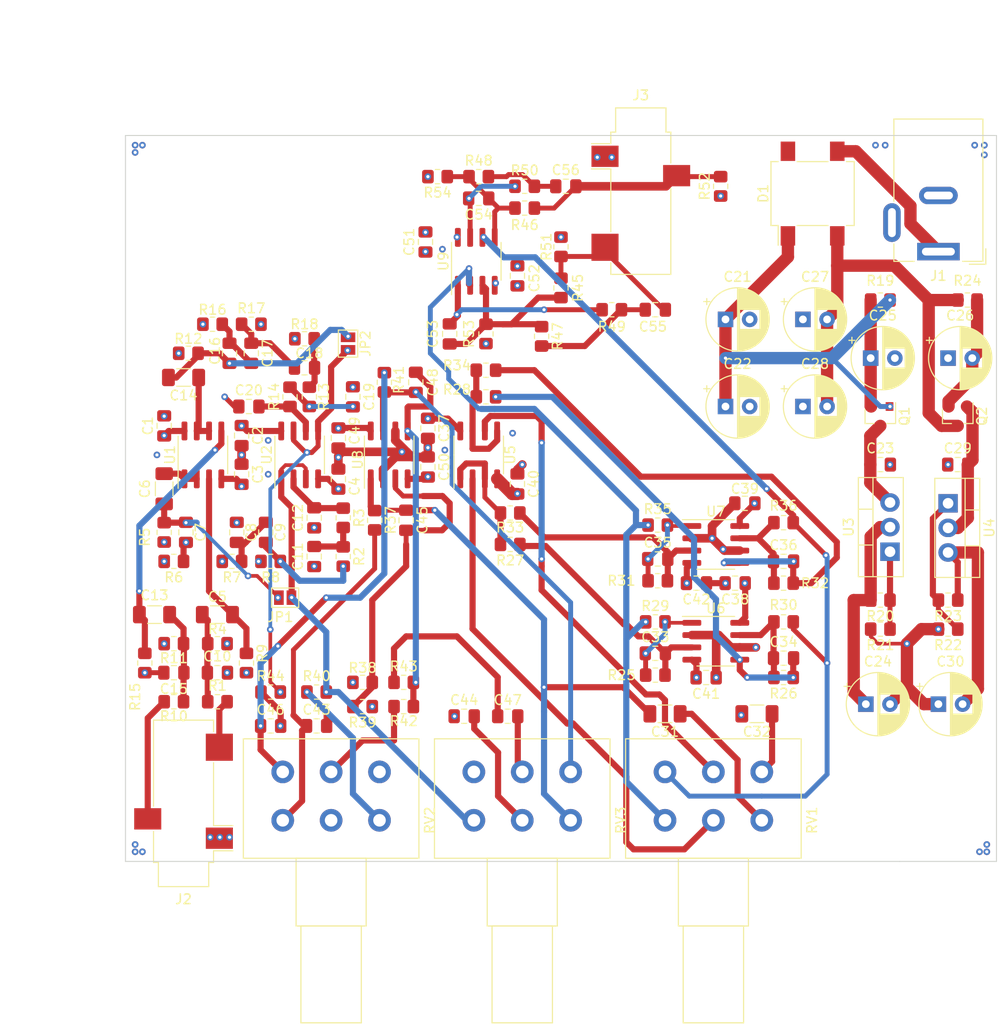
<source format=kicad_pcb>
(kicad_pcb (version 20171130) (host pcbnew "(5.1.10)-1")
  (title_block (title "Enter Title On Page Setting Dialog") (rev 1) (company "Ashton Johnson"))
  (layers (0 F.Cu signal) (1 In1.Cu power) (2 In2.Cu power) (31 B.Cu mixed) (35 F.Paste user) (37 F.SilkS user) (39 F.Mask user) (44 Edge.Cuts user))
  (net 0 "")
  (net 1 "Net-(C5-Pad2)")
  (net 2 "Net-(C10-Pad1)")
  (net 3 "Net-(C6-Pad2)")
  (net 4 "Net-(C6-Pad1)")
  (net 5 "Net-(C7-Pad1)")
  (net 6 "Net-(C8-Pad1)")
  (net 7 "Net-(C9-Pad1)")
  (net 8 GND)
  (net 9 "Net-(C11-Pad2)")
  (net 10 "Net-(C12-Pad2)")
  (net 11 "Net-(C13-Pad2)")
  (net 12 "Net-(C13-Pad1)")
  (net 13 "Net-(C14-Pad2)")
  (net 14 "Net-(C14-Pad1)")
  (net 15 "Net-(C16-Pad1)")
  (net 16 "Net-(C17-Pad1)")
  (net 17 "Net-(C18-Pad1)")
  (net 18 "Net-(C19-Pad2)")
  (net 19 "Net-(C20-Pad2)")
  (net 20 "Net-(C21-Pad1)")
  (net 21 "Net-(C23-Pad1)")
  (net 22 "Net-(C25-Pad1)")
  (net 23 "Net-(C26-Pad2)")
  (net 24 "Net-(C29-Pad2)")
  (net 25 -15V)
  (net 26 /Volume_Control/L)
  (net 27 "Net-(C31-Pad1)")
  (net 28 /Volume_Control/R)
  (net 29 "Net-(C32-Pad1)")
  (net 30 "Net-(C33-Pad2)")
  (net 31 "Net-(C33-Pad1)")
  (net 32 "Net-(C34-Pad2)")
  (net 33 "Net-(C34-Pad1)")
  (net 34 "Net-(C35-Pad2)")
  (net 35 "Net-(C35-Pad1)")
  (net 36 "Net-(C36-Pad2)")
  (net 37 "Net-(C36-Pad1)")
  (net 38 +15V)
  (net 39 "Net-(C43-Pad2)")
  (net 40 "Net-(C43-Pad1)")
  (net 41 "Net-(C44-Pad2)")
  (net 42 "Net-(C44-Pad1)")
  (net 43 "Net-(C45-Pad2)")
  (net 44 "Net-(C46-Pad2)")
  (net 45 "Net-(C46-Pad1)")
  (net 46 "Net-(C47-Pad2)")
  (net 47 "Net-(C47-Pad1)")
  (net 48 "Net-(C48-Pad2)")
  (net 49 "Net-(C53-Pad2)")
  (net 50 "Net-(C53-Pad1)")
  (net 51 "Net-(C54-Pad2)")
  (net 52 "Net-(C54-Pad1)")
  (net 53 "Net-(C55-Pad2)")
  (net 54 "Net-(C55-Pad1)")
  (net 55 "Net-(C56-Pad2)")
  (net 56 "Net-(C56-Pad1)")
  (net 57 /Power/In-)
  (net 58 /Power/In+)
  (net 59 /Audio_Input/Left)
  (net 60 /Audio_Input/Right)
  (net 61 "/Tone Control/LAudio")
  (net 62 "/Tone Control/RAudio")
  (net 63 "Net-(R20-Pad1)")
  (net 64 "Net-(R22-Pad1)")
  (net 65 "Net-(R27-Pad2)")
  (net 66 "Net-(R28-Pad2)")
  (net 67 /Volume_Control/LV)
  (net 68 /Volume_Control/RV)
  (net 69 "Net-(R38-Pad2)")
  (net 70 "Net-(R42-Pad2)")
  (net 71 "Net-(RV1-Pad5)")
  (net 72 "Net-(RV1-Pad2)")
  (net 73 /Power/Neg)
  (module Potentiometer_THT:Potentiometer_Alps_RK163_Dual_Horizontal (layer F.Cu) (at 76 145.75 270)
    (fp_text reference RV3 (at 0 -15.2 90) (layer F.SilkS))
    (fp_text value 10k)
    (pad 4 thru_hole circle (at -5 0 270) (size 2.34 2.34) (drill 1.3) (layers *.Cu *.Mask) (net 62 "/Tone Control/RAudio"))
    (pad 5 thru_hole circle (at -5 -5 270) (size 2.34 2.34) (drill 1.3) (layers *.Cu *.Mask) (net 46 "Net-(C47-Pad2)"))
    (pad 6 thru_hole circle (at -5 -10 270) (size 2.34 2.34) (drill 1.3) (layers *.Cu *.Mask) (net 28 /Volume_Control/R))
    (pad 1 thru_hole circle (at 0 0 270) (size 2.34 2.34) (drill 1.3) (layers *.Cu *.Mask) (net 61 "/Tone Control/LAudio"))
    (pad 2 thru_hole circle (at 0 -5 270) (size 2.34 2.34) (drill 1.3) (layers *.Cu *.Mask) (net 41 "Net-(C44-Pad2)"))
    (pad 3 thru_hole circle (at 0 -10 270) (size 2.34 2.34) (drill 1.3) (layers *.Cu *.Mask) (net 26 /Volume_Control/L))
  )
  (module Potentiometer_THT:Potentiometer_Alps_RK163_Dual_Horizontal (layer F.Cu) (at 56.25 145.75 270)
    (fp_text reference RV2 (at 0 -15.2 90) (layer F.SilkS))
    (fp_text value 10k)
    (pad 4 thru_hole circle (at -5 0 270) (size 2.34 2.34) (drill 1.3) (layers *.Cu *.Mask) (net 45 "Net-(C46-Pad1)"))
    (pad 5 thru_hole circle (at -5 -5 270) (size 2.34 2.34) (drill 1.3) (layers *.Cu *.Mask) (net 70 "Net-(R42-Pad2)"))
    (pad 6 thru_hole circle (at -5 -10 270) (size 2.34 2.34) (drill 1.3) (layers *.Cu *.Mask) (net 44 "Net-(C46-Pad2)"))
    (pad 1 thru_hole circle (at 0 0 270) (size 2.34 2.34) (drill 1.3) (layers *.Cu *.Mask) (net 40 "Net-(C43-Pad1)"))
    (pad 2 thru_hole circle (at 0 -5 270) (size 2.34 2.34) (drill 1.3) (layers *.Cu *.Mask) (net 69 "Net-(R38-Pad2)"))
    (pad 3 thru_hole circle (at 0 -10 270) (size 2.34 2.34) (drill 1.3) (layers *.Cu *.Mask) (net 39 "Net-(C43-Pad2)"))
  )
  (module Potentiometer_THT:Potentiometer_Alps_RK163_Dual_Horizontal (layer F.Cu) (at 95.75 145.75 270)
    (fp_text reference RV1 (at 0 -15.2 90) (layer F.SilkS))
    (fp_text value 5k)
    (pad 4 thru_hole circle (at -5 0 270) (size 2.34 2.34) (drill 1.3) (layers *.Cu *.Mask) (net 68 /Volume_Control/RV))
    (pad 5 thru_hole circle (at -5 -5 270) (size 2.34 2.34) (drill 1.3) (layers *.Cu *.Mask) (net 71 "Net-(RV1-Pad5)"))
    (pad 6 thru_hole circle (at -5 -10 270) (size 2.34 2.34) (drill 1.3) (layers *.Cu *.Mask) (net 29 "Net-(C32-Pad1)"))
    (pad 1 thru_hole circle (at 0 0 270) (size 2.34 2.34) (drill 1.3) (layers *.Cu *.Mask) (net 67 /Volume_Control/LV))
    (pad 2 thru_hole circle (at 0 -5 270) (size 2.34 2.34) (drill 1.3) (layers *.Cu *.Mask) (net 72 "Net-(RV1-Pad2)"))
    (pad 3 thru_hole circle (at 0 -10 270) (size 2.34 2.34) (drill 1.3) (layers *.Cu *.Mask) (net 27 "Net-(C31-Pad1)"))
  )
  (module Capacitor_THT:CP_Radial_D6.3mm_P2.50mm (layer F.Cu) (at 125 98)
    (fp_text reference C26 (at 1.25 -4.4) (layer F.SilkS))
    (fp_text value 100u)
    (pad 2 thru_hole circle (at 2.5 0) (size 1.6 1.6) (drill 0.8) (layers *.Cu *.Mask) (net 23 "Net-(C26-Pad2)"))
    (pad 1 thru_hole rect (at 0 0) (size 1.6 1.6) (drill 0.8) (layers *.Cu *.Mask) (net 8 GND))
  )
  (module Capacitor_THT:CP_Radial_D6.3mm_P2.50mm (layer F.Cu) (at 117 98)
    (fp_text reference C25 (at 1.25 -4.4) (layer F.SilkS))
    (fp_text value 100u)
    (pad 2 thru_hole circle (at 2.5 0) (size 1.6 1.6) (drill 0.8) (layers *.Cu *.Mask) (net 8 GND))
    (pad 1 thru_hole rect (at 0 0) (size 1.6 1.6) (drill 0.8) (layers *.Cu *.Mask) (net 22 "Net-(C25-Pad1)"))
  )
  (module Package_SO:SOIC-8_3.9x4.9mm_P1.27mm (layer F.Cu) (at 76.25 88 90)
    (fp_text reference U9 (at 0 -3.4 90) (layer F.SilkS))
    (fp_text value NE5532)
    (pad 8 smd roundrect (at 2.475 -1.905 90) (size 1.95 0.6) (layers F.Cu F.Paste F.Mask) (net 38 +15V))
    (pad 7 smd roundrect (at 2.475 -0.635 90) (size 1.95 0.6) (layers F.Cu F.Paste F.Mask) (net 51 "Net-(C54-Pad2)"))
    (pad 6 smd roundrect (at 2.475 0.635 90) (size 1.95 0.6) (layers F.Cu F.Paste F.Mask) (net 68 /Volume_Control/RV))
    (pad 5 smd roundrect (at 2.475 1.905 90) (size 1.95 0.6) (layers F.Cu F.Paste F.Mask) (net 52 "Net-(C54-Pad1)"))
    (pad 4 smd roundrect (at -2.475 1.905 90) (size 1.95 0.6) (layers F.Cu F.Paste F.Mask) (net 25 -15V))
    (pad 3 smd roundrect (at -2.475 0.635 90) (size 1.95 0.6) (layers F.Cu F.Paste F.Mask) (net 50 "Net-(C53-Pad1)"))
    (pad 2 smd roundrect (at -2.475 -0.635 90) (size 1.95 0.6) (layers F.Cu F.Paste F.Mask) (net 67 /Volume_Control/LV))
    (pad 1 smd roundrect (at -2.475 -1.905 90) (size 1.95 0.6) (layers F.Cu F.Paste F.Mask) (net 49 "Net-(C53-Pad2)"))
  )
  (module Package_SO:SOIC-8_3.9x4.9mm_P1.27mm (layer F.Cu) (at 67.25 108 90)
    (fp_text reference U8 (at -0.5 -3.25 90) (layer F.SilkS))
    (fp_text value NE5532)
    (pad 8 smd roundrect (at 2.475 -1.905 90) (size 1.95 0.6) (layers F.Cu F.Paste F.Mask) (net 38 +15V))
    (pad 7 smd roundrect (at 2.475 -0.635 90) (size 1.95 0.6) (layers F.Cu F.Paste F.Mask) (net 28 /Volume_Control/R))
    (pad 6 smd roundrect (at 2.475 0.635 90) (size 1.95 0.6) (layers F.Cu F.Paste F.Mask) (net 8 GND))
    (pad 5 smd roundrect (at 2.475 1.905 90) (size 1.95 0.6) (layers F.Cu F.Paste F.Mask) (net 48 "Net-(C48-Pad2)"))
    (pad 4 smd roundrect (at -2.475 1.905 90) (size 1.95 0.6) (layers F.Cu F.Paste F.Mask) (net 25 -15V))
    (pad 3 smd roundrect (at -2.475 0.635 90) (size 1.95 0.6) (layers F.Cu F.Paste F.Mask) (net 43 "Net-(C45-Pad2)"))
    (pad 2 smd roundrect (at -2.475 -0.635 90) (size 1.95 0.6) (layers F.Cu F.Paste F.Mask) (net 8 GND))
    (pad 1 smd roundrect (at -2.475 -1.905 90) (size 1.95 0.6) (layers F.Cu F.Paste F.Mask) (net 26 /Volume_Control/L))
  )
  (module Package_SO:SOIC-8_3.9x4.9mm_P1.27mm (layer F.Cu) (at 101 117.25)
    (fp_text reference U7 (at 0 -3.4) (layer F.SilkS))
    (fp_text value NE5532)
    (pad 8 smd roundrect (at 2.475 -1.905) (size 1.95 0.6) (layers F.Cu F.Paste F.Mask) (net 38 +15V))
    (pad 7 smd roundrect (at 2.475 -0.635) (size 1.95 0.6) (layers F.Cu F.Paste F.Mask) (net 37 "Net-(C36-Pad1)"))
    (pad 6 smd roundrect (at 2.475 0.635) (size 1.95 0.6) (layers F.Cu F.Paste F.Mask) (net 8 GND))
    (pad 5 smd roundrect (at 2.475 1.905) (size 1.95 0.6) (layers F.Cu F.Paste F.Mask) (net 36 "Net-(C36-Pad2)"))
    (pad 4 smd roundrect (at -2.475 1.905) (size 1.95 0.6) (layers F.Cu F.Paste F.Mask) (net 25 -15V))
    (pad 3 smd roundrect (at -2.475 0.635) (size 1.95 0.6) (layers F.Cu F.Paste F.Mask) (net 34 "Net-(C35-Pad2)"))
    (pad 2 smd roundrect (at -2.475 -0.635) (size 1.95 0.6) (layers F.Cu F.Paste F.Mask) (net 8 GND))
    (pad 1 smd roundrect (at -2.475 -1.905) (size 1.95 0.6) (layers F.Cu F.Paste F.Mask) (net 35 "Net-(C35-Pad1)"))
  )
  (module Package_SO:SOIC-8_3.9x4.9mm_P1.27mm (layer F.Cu) (at 101 127.25)
    (fp_text reference U6 (at 0 -3.4) (layer F.SilkS))
    (fp_text value NE5532)
    (pad 8 smd roundrect (at 2.475 -1.905) (size 1.95 0.6) (layers F.Cu F.Paste F.Mask) (net 38 +15V))
    (pad 7 smd roundrect (at 2.475 -0.635) (size 1.95 0.6) (layers F.Cu F.Paste F.Mask) (net 33 "Net-(C34-Pad1)"))
    (pad 6 smd roundrect (at 2.475 0.635) (size 1.95 0.6) (layers F.Cu F.Paste F.Mask) (net 8 GND))
    (pad 5 smd roundrect (at 2.475 1.905) (size 1.95 0.6) (layers F.Cu F.Paste F.Mask) (net 32 "Net-(C34-Pad2)"))
    (pad 4 smd roundrect (at -2.475 1.905) (size 1.95 0.6) (layers F.Cu F.Paste F.Mask) (net 25 -15V))
    (pad 3 smd roundrect (at -2.475 0.635) (size 1.95 0.6) (layers F.Cu F.Paste F.Mask) (net 30 "Net-(C33-Pad2)"))
    (pad 2 smd roundrect (at -2.475 -0.635) (size 1.95 0.6) (layers F.Cu F.Paste F.Mask) (net 8 GND))
    (pad 1 smd roundrect (at -2.475 -1.905) (size 1.95 0.6) (layers F.Cu F.Paste F.Mask) (net 31 "Net-(C33-Pad1)"))
  )
  (module Package_SO:SOIC-8_3.9x4.9mm_P1.27mm (layer F.Cu) (at 76.5 108 90)
    (fp_text reference U5 (at 0 3.25 90) (layer F.SilkS))
    (fp_text value NE5532)
    (pad 8 smd roundrect (at 2.475 -1.905 90) (size 1.95 0.6) (layers F.Cu F.Paste F.Mask) (net 38 +15V))
    (pad 7 smd roundrect (at 2.475 -0.635 90) (size 1.95 0.6) (layers F.Cu F.Paste F.Mask) (net 66 "Net-(R28-Pad2)"))
    (pad 6 smd roundrect (at 2.475 0.635 90) (size 1.95 0.6) (layers F.Cu F.Paste F.Mask) (net 71 "Net-(RV1-Pad5)"))
    (pad 5 smd roundrect (at 2.475 1.905 90) (size 1.95 0.6) (layers F.Cu F.Paste F.Mask) (net 66 "Net-(R28-Pad2)"))
    (pad 4 smd roundrect (at -2.475 1.905 90) (size 1.95 0.6) (layers F.Cu F.Paste F.Mask) (net 25 -15V))
    (pad 3 smd roundrect (at -2.475 0.635 90) (size 1.95 0.6) (layers F.Cu F.Paste F.Mask) (net 65 "Net-(R27-Pad2)"))
    (pad 2 smd roundrect (at -2.475 -0.635 90) (size 1.95 0.6) (layers F.Cu F.Paste F.Mask) (net 72 "Net-(RV1-Pad2)"))
    (pad 1 smd roundrect (at -2.475 -1.905 90) (size 1.95 0.6) (layers F.Cu F.Paste F.Mask) (net 65 "Net-(R27-Pad2)"))
  )
  (module Package_TO_SOT_THT:TO-220-3_Vertical (layer F.Cu) (at 125 113 270)
    (fp_text reference U4 (at 2.54 -4.27 90) (layer F.SilkS))
    (fp_text value LM337_TO220)
    (pad 3 thru_hole oval (at 5.08 0 270) (size 1.905 2) (drill 1.1) (layers *.Cu *.Mask) (net 25 -15V))
    (pad 2 thru_hole oval (at 2.54 0 270) (size 1.905 2) (drill 1.1) (layers *.Cu *.Mask) (net 24 "Net-(C29-Pad2)"))
    (pad 1 thru_hole rect (at 0 0 270) (size 1.905 2) (drill 1.1) (layers *.Cu *.Mask) (net 64 "Net-(R22-Pad1)"))
  )
  (module Package_TO_SOT_THT:TO-220-3_Vertical (layer F.Cu) (at 119 118 90)
    (fp_text reference U3 (at 2.54 -4.27 90) (layer F.SilkS))
    (fp_text value LM317_TO-220)
    (pad 3 thru_hole oval (at 5.08 0 90) (size 1.905 2) (drill 1.1) (layers *.Cu *.Mask) (net 21 "Net-(C23-Pad1)"))
    (pad 2 thru_hole oval (at 2.54 0 90) (size 1.905 2) (drill 1.1) (layers *.Cu *.Mask) (net 38 +15V))
    (pad 1 thru_hole rect (at 0 0 90) (size 1.905 2) (drill 1.1) (layers *.Cu *.Mask) (net 63 "Net-(R20-Pad1)"))
  )
  (module Package_SO:SOIC-8_3.9x4.9mm_P1.27mm (layer F.Cu) (at 58 108 90)
    (fp_text reference U2 (at 0 -3.4 90) (layer F.SilkS))
    (fp_text value NE5532)
    (pad 8 smd roundrect (at 2.475 -1.905 90) (size 1.95 0.6) (layers F.Cu F.Paste F.Mask) (net 38 +15V))
    (pad 7 smd roundrect (at 2.475 -0.635 90) (size 1.95 0.6) (layers F.Cu F.Paste F.Mask) (net 62 "/Tone Control/RAudio"))
    (pad 6 smd roundrect (at 2.475 0.635 90) (size 1.95 0.6) (layers F.Cu F.Paste F.Mask) (net 19 "Net-(C20-Pad2)"))
    (pad 5 smd roundrect (at 2.475 1.905 90) (size 1.95 0.6) (layers F.Cu F.Paste F.Mask) (net 62 "/Tone Control/RAudio"))
    (pad 4 smd roundrect (at -2.475 1.905 90) (size 1.95 0.6) (layers F.Cu F.Paste F.Mask) (net 25 -15V))
    (pad 3 smd roundrect (at -2.475 0.635 90) (size 1.95 0.6) (layers F.Cu F.Paste F.Mask) (net 61 "/Tone Control/LAudio"))
    (pad 2 smd roundrect (at -2.475 -0.635 90) (size 1.95 0.6) (layers F.Cu F.Paste F.Mask) (net 10 "Net-(C12-Pad2)"))
    (pad 1 smd roundrect (at -2.475 -1.905 90) (size 1.95 0.6) (layers F.Cu F.Paste F.Mask) (net 61 "/Tone Control/LAudio"))
  )
  (module Package_SO:SOIC-8_3.9x4.9mm_P1.27mm (layer F.Cu) (at 48 108 90)
    (fp_text reference U1 (at 0 -3.4 90) (layer F.SilkS))
    (fp_text value NE5532)
    (pad 8 smd roundrect (at 2.475 -1.905 90) (size 1.95 0.6) (layers F.Cu F.Paste F.Mask) (net 38 +15V))
    (pad 7 smd roundrect (at 2.475 -0.635 90) (size 1.95 0.6) (layers F.Cu F.Paste F.Mask) (net 14 "Net-(C14-Pad1)"))
    (pad 6 smd roundrect (at 2.475 0.635 90) (size 1.95 0.6) (layers F.Cu F.Paste F.Mask) (net 14 "Net-(C14-Pad1)"))
    (pad 5 smd roundrect (at 2.475 1.905 90) (size 1.95 0.6) (layers F.Cu F.Paste F.Mask) (net 11 "Net-(C13-Pad2)"))
    (pad 4 smd roundrect (at -2.475 1.905 90) (size 1.95 0.6) (layers F.Cu F.Paste F.Mask) (net 25 -15V))
    (pad 3 smd roundrect (at -2.475 0.635 90) (size 1.95 0.6) (layers F.Cu F.Paste F.Mask) (net 1 "Net-(C5-Pad2)"))
    (pad 2 smd roundrect (at -2.475 -0.635 90) (size 1.95 0.6) (layers F.Cu F.Paste F.Mask) (net 4 "Net-(C6-Pad1)"))
    (pad 1 smd roundrect (at -2.475 -1.905 90) (size 1.95 0.6) (layers F.Cu F.Paste F.Mask) (net 4 "Net-(C6-Pad1)"))
  )
  (module Resistor_SMD:R_0805_2012Metric_Pad1.20x1.40mm_HandSolder (layer F.Cu) (at 72.25 79.25 180)
    (fp_text reference R54 (at 0 -1.65) (layer F.SilkS))
    (fp_text value 4.7k)
    (pad 2 smd roundrect (at 1 0 180) (size 1.2 1.4) (layers F.Cu F.Paste F.Mask) (roundrect_rratio 0.208333) (net 8 GND))
    (pad 1 smd roundrect (at -1 0 180) (size 1.2 1.4) (layers F.Cu F.Paste F.Mask) (roundrect_rratio 0.208333) (net 52 "Net-(C54-Pad1)"))
  )
  (module Resistor_SMD:R_0805_2012Metric_Pad1.20x1.40mm_HandSolder (layer F.Cu) (at 77.25 95.5 270)
    (fp_text reference R53 (at 0 1.75 90) (layer F.SilkS))
    (fp_text value 4.7k)
    (pad 2 smd roundrect (at 1 0 270) (size 1.2 1.4) (layers F.Cu F.Paste F.Mask) (roundrect_rratio 0.208333) (net 8 GND))
    (pad 1 smd roundrect (at -1 0 270) (size 1.2 1.4) (layers F.Cu F.Paste F.Mask) (roundrect_rratio 0.208333) (net 50 "Net-(C53-Pad1)"))
  )
  (module Resistor_SMD:R_0805_2012Metric_Pad1.20x1.40mm_HandSolder (layer F.Cu) (at 101.5 80.25 90)
    (fp_text reference R52 (at 0 -1.65 90) (layer F.SilkS))
    (fp_text value 22k)
    (pad 2 smd roundrect (at 1 0 90) (size 1.2 1.4) (layers F.Cu F.Paste F.Mask) (roundrect_rratio 0.208333) (net 55 "Net-(C56-Pad2)"))
    (pad 1 smd roundrect (at -1 0 90) (size 1.2 1.4) (layers F.Cu F.Paste F.Mask) (roundrect_rratio 0.208333) (net 8 GND))
  )
  (module Resistor_SMD:R_0805_2012Metric_Pad1.20x1.40mm_HandSolder (layer F.Cu) (at 85 86.5 270)
    (fp_text reference R51 (at 0 1.5 90) (layer F.SilkS))
    (fp_text value 22k)
    (pad 2 smd roundrect (at 1 0 270) (size 1.2 1.4) (layers F.Cu F.Paste F.Mask) (roundrect_rratio 0.208333) (net 53 "Net-(C55-Pad2)"))
    (pad 1 smd roundrect (at -1 0 270) (size 1.2 1.4) (layers F.Cu F.Paste F.Mask) (roundrect_rratio 0.208333) (net 8 GND))
  )
  (module Resistor_SMD:R_0805_2012Metric_Pad1.20x1.40mm_HandSolder (layer F.Cu) (at 81.25 80.25)
    (fp_text reference R50 (at 0 -1.65) (layer F.SilkS))
    (fp_text value 68)
    (pad 2 smd roundrect (at 1 0) (size 1.2 1.4) (layers F.Cu F.Paste F.Mask) (roundrect_rratio 0.208333) (net 56 "Net-(C56-Pad1)"))
    (pad 1 smd roundrect (at -1 0) (size 1.2 1.4) (layers F.Cu F.Paste F.Mask) (roundrect_rratio 0.208333) (net 51 "Net-(C54-Pad2)"))
  )
  (module Resistor_SMD:R_0805_2012Metric_Pad1.20x1.40mm_HandSolder (layer F.Cu) (at 90.25 93)
    (fp_text reference R49 (at 0 1.75) (layer F.SilkS))
    (fp_text value 68)
    (pad 2 smd roundrect (at 1 0) (size 1.2 1.4) (layers F.Cu F.Paste F.Mask) (roundrect_rratio 0.208333) (net 54 "Net-(C55-Pad1)"))
    (pad 1 smd roundrect (at -1 0) (size 1.2 1.4) (layers F.Cu F.Paste F.Mask) (roundrect_rratio 0.208333) (net 49 "Net-(C53-Pad2)"))
  )
  (module Resistor_SMD:R_0805_2012Metric_Pad1.20x1.40mm_HandSolder (layer F.Cu) (at 76.5 79.25)
    (fp_text reference R48 (at 0 -1.65) (layer F.SilkS))
    (fp_text value 100k)
    (pad 2 smd roundrect (at 1 0) (size 1.2 1.4) (layers F.Cu F.Paste F.Mask) (roundrect_rratio 0.208333) (net 56 "Net-(C56-Pad1)"))
    (pad 1 smd roundrect (at -1 0) (size 1.2 1.4) (layers F.Cu F.Paste F.Mask) (roundrect_rratio 0.208333) (net 52 "Net-(C54-Pad1)"))
  )
  (module Resistor_SMD:R_0805_2012Metric_Pad1.20x1.40mm_HandSolder (layer F.Cu) (at 83 95.75 270)
    (fp_text reference R47 (at 0 -1.65 90) (layer F.SilkS))
    (fp_text value 100k)
    (pad 2 smd roundrect (at 1 0 270) (size 1.2 1.4) (layers F.Cu F.Paste F.Mask) (roundrect_rratio 0.208333) (net 54 "Net-(C55-Pad1)"))
    (pad 1 smd roundrect (at -1 0 270) (size 1.2 1.4) (layers F.Cu F.Paste F.Mask) (roundrect_rratio 0.208333) (net 50 "Net-(C53-Pad1)"))
  )
  (module Resistor_SMD:R_0805_2012Metric_Pad1.20x1.40mm_HandSolder (layer F.Cu) (at 81.25 82.5)
    (fp_text reference R46 (at 0 1.75) (layer F.SilkS))
    (fp_text value 10k)
    (pad 2 smd roundrect (at 1 0) (size 1.2 1.4) (layers F.Cu F.Paste F.Mask) (roundrect_rratio 0.208333) (net 55 "Net-(C56-Pad2)"))
    (pad 1 smd roundrect (at -1 0) (size 1.2 1.4) (layers F.Cu F.Paste F.Mask) (roundrect_rratio 0.208333) (net 52 "Net-(C54-Pad1)"))
  )
  (module Resistor_SMD:R_0805_2012Metric_Pad1.20x1.40mm_HandSolder (layer F.Cu) (at 85 90.75 90)
    (fp_text reference R45 (at 0 1.75 90) (layer F.SilkS))
    (fp_text value 10k)
    (pad 2 smd roundrect (at 1 0 90) (size 1.2 1.4) (layers F.Cu F.Paste F.Mask) (roundrect_rratio 0.208333) (net 53 "Net-(C55-Pad2)"))
    (pad 1 smd roundrect (at -1 0 90) (size 1.2 1.4) (layers F.Cu F.Paste F.Mask) (roundrect_rratio 0.208333) (net 50 "Net-(C53-Pad1)"))
  )
  (module Resistor_SMD:R_0805_2012Metric_Pad1.20x1.40mm_HandSolder (layer F.Cu) (at 55 132.5)
    (fp_text reference R44 (at 0 -1.65) (layer F.SilkS))
    (fp_text value 4.7k)
    (pad 2 smd roundrect (at 1 0) (size 1.2 1.4) (layers F.Cu F.Paste F.Mask) (roundrect_rratio 0.208333) (net 62 "/Tone Control/RAudio"))
    (pad 1 smd roundrect (at -1 0) (size 1.2 1.4) (layers F.Cu F.Paste F.Mask) (roundrect_rratio 0.208333) (net 44 "Net-(C46-Pad2)"))
  )
  (module Resistor_SMD:R_0805_2012Metric_Pad1.20x1.40mm_HandSolder (layer F.Cu) (at 68.75 131.5)
    (fp_text reference R43 (at 0 -1.65) (layer F.SilkS))
    (fp_text value 9.1k)
    (pad 2 smd roundrect (at 1 0) (size 1.2 1.4) (layers F.Cu F.Paste F.Mask) (roundrect_rratio 0.208333) (net 48 "Net-(C48-Pad2)"))
    (pad 1 smd roundrect (at -1 0) (size 1.2 1.4) (layers F.Cu F.Paste F.Mask) (roundrect_rratio 0.208333) (net 47 "Net-(C47-Pad1)"))
  )
  (module Resistor_SMD:R_0805_2012Metric_Pad1.20x1.40mm_HandSolder (layer F.Cu) (at 68.75 134 180)
    (fp_text reference R42 (at 0 -1.5) (layer F.SilkS))
    (fp_text value 22k)
    (pad 2 smd roundrect (at 1 0 180) (size 1.2 1.4) (layers F.Cu F.Paste F.Mask) (roundrect_rratio 0.208333) (net 70 "Net-(R42-Pad2)"))
    (pad 1 smd roundrect (at -1 0 180) (size 1.2 1.4) (layers F.Cu F.Paste F.Mask) (roundrect_rratio 0.208333) (net 48 "Net-(C48-Pad2)"))
  )
  (module Resistor_SMD:R_0805_2012Metric_Pad1.20x1.40mm_HandSolder (layer F.Cu) (at 66.75 100.5 90)
    (fp_text reference R41 (at 0.25 1.5 90) (layer F.SilkS))
    (fp_text value 4.7k)
    (pad 2 smd roundrect (at 1 0 90) (size 1.2 1.4) (layers F.Cu F.Paste F.Mask) (roundrect_rratio 0.208333) (net 45 "Net-(C46-Pad1)"))
    (pad 1 smd roundrect (at -1 0 90) (size 1.2 1.4) (layers F.Cu F.Paste F.Mask) (roundrect_rratio 0.208333) (net 28 /Volume_Control/R))
  )
  (module Resistor_SMD:R_0805_2012Metric_Pad1.20x1.40mm_HandSolder (layer F.Cu) (at 59.75 132.5)
    (fp_text reference R40 (at 0 -1.65) (layer F.SilkS))
    (fp_text value 4.7k)
    (pad 2 smd roundrect (at 1 0) (size 1.2 1.4) (layers F.Cu F.Paste F.Mask) (roundrect_rratio 0.208333) (net 61 "/Tone Control/LAudio"))
    (pad 1 smd roundrect (at -1 0) (size 1.2 1.4) (layers F.Cu F.Paste F.Mask) (roundrect_rratio 0.208333) (net 39 "Net-(C43-Pad2)"))
  )
  (module Resistor_SMD:R_0805_2012Metric_Pad1.20x1.40mm_HandSolder (layer F.Cu) (at 64.5 134 180)
    (fp_text reference R39 (at 0 -1.65) (layer F.SilkS))
    (fp_text value 9.1k)
    (pad 2 smd roundrect (at 1 0 180) (size 1.2 1.4) (layers F.Cu F.Paste F.Mask) (roundrect_rratio 0.208333) (net 43 "Net-(C45-Pad2)"))
    (pad 1 smd roundrect (at -1 0 180) (size 1.2 1.4) (layers F.Cu F.Paste F.Mask) (roundrect_rratio 0.208) (net 42 "Net-(C44-Pad1)"))
  )
  (module Resistor_SMD:R_0805_2012Metric_Pad1.20x1.40mm_HandSolder (layer F.Cu) (at 64.5 131.5 180)
    (fp_text reference R38 (at 0 1.5) (layer F.SilkS))
    (fp_text value 22k)
    (pad 2 smd roundrect (at 1 0 180) (size 1.2 1.4) (layers F.Cu F.Paste F.Mask) (roundrect_rratio 0.208333) (net 69 "Net-(R38-Pad2)"))
    (pad 1 smd roundrect (at -1 0 180) (size 1.2 1.4) (layers F.Cu F.Paste F.Mask) (roundrect_rratio 0.208333) (net 43 "Net-(C45-Pad2)"))
  )
  (module Resistor_SMD:R_0805_2012Metric_Pad1.20x1.40mm_HandSolder (layer F.Cu) (at 65.75 114.75 270)
    (fp_text reference R37 (at 0 -1.65 90) (layer F.SilkS))
    (fp_text value 4.7k)
    (pad 2 smd roundrect (at 1 0 270) (size 1.2 1.4) (layers F.Cu F.Paste F.Mask) (roundrect_rratio 0.208333) (net 40 "Net-(C43-Pad1)"))
    (pad 1 smd roundrect (at -1 0 270) (size 1.2 1.4) (layers F.Cu F.Paste F.Mask) (roundrect_rratio 0.208333) (net 26 /Volume_Control/L))
  )
  (module Resistor_SMD:R_0805_2012Metric_Pad1.20x1.40mm_HandSolder (layer F.Cu) (at 108 115 180)
    (fp_text reference R36 (at 0 1.75) (layer F.SilkS))
    (fp_text value 10)
    (pad 2 smd roundrect (at 1 0 180) (size 1.2 1.4) (layers F.Cu F.Paste F.Mask) (roundrect_rratio 0.208333) (net 37 "Net-(C36-Pad1)"))
    (pad 1 smd roundrect (at -1 0 180) (size 1.2 1.4) (layers F.Cu F.Paste F.Mask) (roundrect_rratio 0.208333) (net 68 /Volume_Control/RV))
  )
  (module Resistor_SMD:R_0805_2012Metric_Pad1.20x1.40mm_HandSolder (layer F.Cu) (at 95 115.25)
    (fp_text reference R35 (at 0 -1.65) (layer F.SilkS))
    (fp_text value 10)
    (pad 2 smd roundrect (at 1 0) (size 1.2 1.4) (layers F.Cu F.Paste F.Mask) (roundrect_rratio 0.208333) (net 35 "Net-(C35-Pad1)"))
    (pad 1 smd roundrect (at -1 0) (size 1.2 1.4) (layers F.Cu F.Paste F.Mask) (roundrect_rratio 0.208333) (net 67 /Volume_Control/LV))
  )
  (module Resistor_SMD:R_0805_2012Metric_Pad1.20x1.40mm_HandSolder (layer F.Cu) (at 77.25 99.25 180)
    (fp_text reference R34 (at 3 0.5) (layer F.SilkS))
    (fp_text value 1k)
    (pad 2 smd roundrect (at 1 0 180) (size 1.2 1.4) (layers F.Cu F.Paste F.Mask) (roundrect_rratio 0.208333) (net 66 "Net-(R28-Pad2)"))
    (pad 1 smd roundrect (at -1 0 180) (size 1.2 1.4) (layers F.Cu F.Paste F.Mask) (roundrect_rratio 0.208333) (net 36 "Net-(C36-Pad2)"))
  )
  (module Resistor_SMD:R_0805_2012Metric_Pad1.20x1.40mm_HandSolder (layer F.Cu) (at 79.75 114 180)
    (fp_text reference R33 (at 0 -1.5) (layer F.SilkS))
    (fp_text value 1k)
    (pad 2 smd roundrect (at 1 0 180) (size 1.2 1.4) (layers F.Cu F.Paste F.Mask) (roundrect_rratio 0.208333) (net 65 "Net-(R27-Pad2)"))
    (pad 1 smd roundrect (at -1 0 180) (size 1.2 1.4) (layers F.Cu F.Paste F.Mask) (roundrect_rratio 0.208333) (net 34 "Net-(C35-Pad2)"))
  )
  (module Resistor_SMD:R_0805_2012Metric_Pad1.20x1.40mm_HandSolder (layer F.Cu) (at 108 121.25 180)
    (fp_text reference R32 (at -3.25 0) (layer F.SilkS))
    (fp_text value 3.3k)
    (pad 2 smd roundrect (at 1 0 180) (size 1.2 1.4) (layers F.Cu F.Paste F.Mask) (roundrect_rratio 0.208333) (net 37 "Net-(C36-Pad1)"))
    (pad 1 smd roundrect (at -1 0 180) (size 1.2 1.4) (layers F.Cu F.Paste F.Mask) (roundrect_rratio 0.208333) (net 36 "Net-(C36-Pad2)"))
  )
  (module Resistor_SMD:R_0805_2012Metric_Pad1.20x1.40mm_HandSolder (layer F.Cu) (at 95 121 180)
    (fp_text reference R31 (at 3.75 0) (layer F.SilkS))
    (fp_text value 3.3k)
    (pad 2 smd roundrect (at 1 0 180) (size 1.2 1.4) (layers F.Cu F.Paste F.Mask) (roundrect_rratio 0.208333) (net 35 "Net-(C35-Pad1)"))
    (pad 1 smd roundrect (at -1 0 180) (size 1.2 1.4) (layers F.Cu F.Paste F.Mask) (roundrect_rratio 0.208333) (net 34 "Net-(C35-Pad2)"))
  )
  (module Resistor_SMD:R_0805_2012Metric_Pad1.20x1.40mm_HandSolder (layer F.Cu) (at 108 125.25 180)
    (fp_text reference R30 (at 0 1.75) (layer F.SilkS))
    (fp_text value 10)
    (pad 2 smd roundrect (at 1 0 180) (size 1.2 1.4) (layers F.Cu F.Paste F.Mask) (roundrect_rratio 0.208333) (net 33 "Net-(C34-Pad1)"))
    (pad 1 smd roundrect (at -1 0 180) (size 1.2 1.4) (layers F.Cu F.Paste F.Mask) (roundrect_rratio 0.208333) (net 68 /Volume_Control/RV))
  )
  (module Resistor_SMD:R_0805_2012Metric_Pad1.20x1.40mm_HandSolder (layer F.Cu) (at 94.75 125.25)
    (fp_text reference R29 (at 0 -1.65) (layer F.SilkS))
    (fp_text value 10)
    (pad 2 smd roundrect (at 1 0) (size 1.2 1.4) (layers F.Cu F.Paste F.Mask) (roundrect_rratio 0.208333) (net 31 "Net-(C33-Pad1)"))
    (pad 1 smd roundrect (at -1 0) (size 1.2 1.4) (layers F.Cu F.Paste F.Mask) (roundrect_rratio 0.208333) (net 67 /Volume_Control/LV))
  )
  (module Resistor_SMD:R_0805_2012Metric_Pad1.20x1.40mm_HandSolder (layer F.Cu) (at 77.25 102 180)
    (fp_text reference R28 (at 3 0.75) (layer F.SilkS))
    (fp_text value 1k)
    (pad 2 smd roundrect (at 1 0 180) (size 1.2 1.4) (layers F.Cu F.Paste F.Mask) (roundrect_rratio 0.208333) (net 66 "Net-(R28-Pad2)"))
    (pad 1 smd roundrect (at -1 0 180) (size 1.2 1.4) (layers F.Cu F.Paste F.Mask) (roundrect_rratio 0.208333) (net 32 "Net-(C34-Pad2)"))
  )
  (module Resistor_SMD:R_0805_2012Metric_Pad1.20x1.40mm_HandSolder (layer F.Cu) (at 79.75 117.25 180)
    (fp_text reference R27 (at 0 -1.65) (layer F.SilkS))
    (fp_text value 1k)
    (pad 2 smd roundrect (at 1 0 180) (size 1.2 1.4) (layers F.Cu F.Paste F.Mask) (roundrect_rratio 0.208333) (net 65 "Net-(R27-Pad2)"))
    (pad 1 smd roundrect (at -1 0 180) (size 1.2 1.4) (layers F.Cu F.Paste F.Mask) (roundrect_rratio 0.208333) (net 30 "Net-(C33-Pad2)"))
  )
  (module Resistor_SMD:R_0805_2012Metric_Pad1.20x1.40mm_HandSolder (layer F.Cu) (at 108 131 180)
    (fp_text reference R26 (at 0 -1.65) (layer F.SilkS))
    (fp_text value 3.3k)
    (pad 2 smd roundrect (at 1 0 180) (size 1.2 1.4) (layers F.Cu F.Paste F.Mask) (roundrect_rratio 0.208333) (net 33 "Net-(C34-Pad1)"))
    (pad 1 smd roundrect (at -1 0 180) (size 1.2 1.4) (layers F.Cu F.Paste F.Mask) (roundrect_rratio 0.208333) (net 32 "Net-(C34-Pad2)"))
  )
  (module Resistor_SMD:R_0805_2012Metric_Pad1.20x1.40mm_HandSolder (layer F.Cu) (at 94.75 130.75 180)
    (fp_text reference R25 (at 3.5 0) (layer F.SilkS))
    (fp_text value 3.3k)
    (pad 2 smd roundrect (at 1 0 180) (size 1.2 1.4) (layers F.Cu F.Paste F.Mask) (roundrect_rratio 0.208333) (net 31 "Net-(C33-Pad1)"))
    (pad 1 smd roundrect (at -1 0 180) (size 1.2 1.4) (layers F.Cu F.Paste F.Mask) (roundrect_rratio 0.208333) (net 30 "Net-(C33-Pad2)"))
  )
  (module Resistor_SMD:R_0805_2012Metric_Pad1.20x1.40mm_HandSolder (layer F.Cu) (at 127 92 180)
    (fp_text reference R24 (at 0 2) (layer F.SilkS))
    (fp_text value 1M)
    (pad 2 smd roundrect (at 1 0 180) (size 1.2 1.4) (layers F.Cu F.Paste F.Mask) (roundrect_rratio 0.208333) (net 73 /Power/Neg))
    (pad 1 smd roundrect (at -1 0 180) (size 1.2 1.4) (layers F.Cu F.Paste F.Mask) (roundrect_rratio 0.208333) (net 23 "Net-(C26-Pad2)"))
  )
  (module Resistor_SMD:R_0805_2012Metric_Pad1.20x1.40mm_HandSolder (layer F.Cu) (at 125 123 180)
    (fp_text reference R23 (at 0 -1.65) (layer F.SilkS))
    (fp_text value 120)
    (pad 2 smd roundrect (at 1 0 180) (size 1.2 1.4) (layers F.Cu F.Paste F.Mask) (roundrect_rratio 0.208333) (net 64 "Net-(R22-Pad1)"))
    (pad 1 smd roundrect (at -1 0 180) (size 1.2 1.4) (layers F.Cu F.Paste F.Mask) (roundrect_rratio 0.208333) (net 25 -15V))
  )
  (module Resistor_SMD:R_0805_2012Metric_Pad1.20x1.40mm_HandSolder (layer F.Cu) (at 125 126 180)
    (fp_text reference R22 (at 0 -1.65) (layer F.SilkS))
    (fp_text value 1.32k)
    (pad 2 smd roundrect (at 1 0 180) (size 1.2 1.4) (layers F.Cu F.Paste F.Mask) (roundrect_rratio 0.208333) (net 8 GND))
    (pad 1 smd roundrect (at -1 0 180) (size 1.2 1.4) (layers F.Cu F.Paste F.Mask) (roundrect_rratio 0.208333) (net 64 "Net-(R22-Pad1)"))
  )
  (module Resistor_SMD:R_0805_2012Metric_Pad1.20x1.40mm_HandSolder (layer F.Cu) (at 118 126 180)
    (fp_text reference R21 (at 0 -1.65) (layer F.SilkS))
    (fp_text value 1.32k)
    (pad 2 smd roundrect (at 1 0 180) (size 1.2 1.4) (layers F.Cu F.Paste F.Mask) (roundrect_rratio 0.208333) (net 8 GND))
    (pad 1 smd roundrect (at -1 0 180) (size 1.2 1.4) (layers F.Cu F.Paste F.Mask) (roundrect_rratio 0.208333) (net 63 "Net-(R20-Pad1)"))
  )
  (module Resistor_SMD:R_0805_2012Metric_Pad1.20x1.40mm_HandSolder (layer F.Cu) (at 118 123 180)
    (fp_text reference R20 (at 0 -1.65) (layer F.SilkS))
    (fp_text value 120)
    (pad 2 smd roundrect (at 1 0 180) (size 1.2 1.4) (layers F.Cu F.Paste F.Mask) (roundrect_rratio 0.208333) (net 38 +15V))
    (pad 1 smd roundrect (at -1 0 180) (size 1.2 1.4) (layers F.Cu F.Paste F.Mask) (roundrect_rratio 0.208333) (net 63 "Net-(R20-Pad1)"))
  )
  (module Resistor_SMD:R_0805_2012Metric_Pad1.20x1.40mm_HandSolder (layer F.Cu) (at 118 92 180)
    (fp_text reference R19 (at 0 2) (layer F.SilkS))
    (fp_text value 1M)
    (pad 2 smd roundrect (at 1 0 180) (size 1.2 1.4) (layers F.Cu F.Paste F.Mask) (roundrect_rratio 0.208333) (net 22 "Net-(C25-Pad1)"))
    (pad 1 smd roundrect (at -1 0 180) (size 1.2 1.4) (layers F.Cu F.Paste F.Mask) (roundrect_rratio 0.208333) (net 20 "Net-(C21-Pad1)"))
  )
  (module Resistor_SMD:R_0805_2012Metric_Pad1.20x1.40mm_HandSolder (layer F.Cu) (at 58.5 96 180)
    (fp_text reference R18 (at 0 1.5) (layer F.SilkS))
    (fp_text value 82k)
    (pad 2 smd roundrect (at 1 0 180) (size 1.2 1.4) (layers F.Cu F.Paste F.Mask) (roundrect_rratio 0.208333) (net 8 GND))
    (pad 1 smd roundrect (at -1 0 180) (size 1.2 1.4) (layers F.Cu F.Paste F.Mask) (roundrect_rratio 0.208333) (net 17 "Net-(C18-Pad1)"))
  )
  (module Resistor_SMD:R_0805_2012Metric_Pad1.20x1.40mm_HandSolder (layer F.Cu) (at 53 94.5)
    (fp_text reference R17 (at 0 -1.65) (layer F.SilkS))
    (fp_text value 4.7k)
    (pad 2 smd roundrect (at 1 0) (size 1.2 1.4) (layers F.Cu F.Paste F.Mask) (roundrect_rratio 0.208333) (net 8 GND))
    (pad 1 smd roundrect (at -1 0) (size 1.2 1.4) (layers F.Cu F.Paste F.Mask) (roundrect_rratio 0.208333) (net 16 "Net-(C17-Pad1)"))
  )
  (module Resistor_SMD:R_0805_2012Metric_Pad1.20x1.40mm_HandSolder (layer F.Cu) (at 49 94.5 180)
    (fp_text reference R16 (at 0 1.5) (layer F.SilkS))
    (fp_text value 4.7k)
    (pad 2 smd roundrect (at 1 0 180) (size 1.2 1.4) (layers F.Cu F.Paste F.Mask) (roundrect_rratio 0.208333) (net 8 GND))
    (pad 1 smd roundrect (at -1 0 180) (size 1.2 1.4) (layers F.Cu F.Paste F.Mask) (roundrect_rratio 0.208333) (net 15 "Net-(C16-Pad1)"))
  )
  (module Resistor_SMD:R_0805_2012Metric_Pad1.20x1.40mm_HandSolder (layer F.Cu) (at 42 129.5 270)
    (fp_text reference R15 (at 3.5 1 90) (layer F.SilkS))
    (fp_text value 100k)
    (pad 2 smd roundrect (at 1 0 270) (size 1.2 1.4) (layers F.Cu F.Paste F.Mask) (roundrect_rratio 0.208333) (net 8 GND))
    (pad 1 smd roundrect (at -1 0 270) (size 1.2 1.4) (layers F.Cu F.Paste F.Mask) (roundrect_rratio 0.208333) (net 11 "Net-(C13-Pad2)"))
  )
  (module Resistor_SMD:R_0805_2012Metric_Pad1.20x1.40mm_HandSolder (layer F.Cu) (at 57 102 90)
    (fp_text reference R14 (at 0 -1.65 90) (layer F.SilkS))
    (fp_text value 1k)
    (pad 2 smd roundrect (at 1 0 90) (size 1.2 1.4) (layers F.Cu F.Paste F.Mask) (roundrect_rratio 0.208333) (net 18 "Net-(C19-Pad2)"))
    (pad 1 smd roundrect (at -1 0 90) (size 1.2 1.4) (layers F.Cu F.Paste F.Mask) (roundrect_rratio 0.208333) (net 19 "Net-(C20-Pad2)"))
  )
  (module Resistor_SMD:R_0805_2012Metric_Pad1.20x1.40mm_HandSolder (layer F.Cu) (at 59 102 90)
    (fp_text reference R13 (at 0 1.5 90) (layer F.SilkS))
    (fp_text value 1k)
    (pad 2 smd roundrect (at 1 0 90) (size 1.2 1.4) (layers F.Cu F.Paste F.Mask) (roundrect_rratio 0.208333) (net 17 "Net-(C18-Pad1)"))
    (pad 1 smd roundrect (at -1 0 90) (size 1.2 1.4) (layers F.Cu F.Paste F.Mask) (roundrect_rratio 0.208333) (net 18 "Net-(C19-Pad2)"))
  )
  (module Resistor_SMD:R_0805_2012Metric_Pad1.20x1.40mm_HandSolder (layer F.Cu) (at 46.5 97.5 180)
    (fp_text reference R12 (at 0 1.5) (layer F.SilkS))
    (fp_text value 22k)
    (pad 2 smd roundrect (at 1 0 180) (size 1.2 1.4) (layers F.Cu F.Paste F.Mask) (roundrect_rratio 0.208333) (net 8 GND))
    (pad 1 smd roundrect (at -1 0 180) (size 1.2 1.4) (layers F.Cu F.Paste F.Mask) (roundrect_rratio 0.208333) (net 13 "Net-(C14-Pad2)"))
  )
  (module Resistor_SMD:R_0805_2012Metric_Pad1.20x1.40mm_HandSolder (layer F.Cu) (at 45 127.5 180)
    (fp_text reference R11 (at 0 -1.5) (layer F.SilkS))
    (fp_text value 220k)
    (pad 2 smd roundrect (at 1 0 180) (size 1.2 1.4) (layers F.Cu F.Paste F.Mask) (roundrect_rratio 0.208333) (net 8 GND))
    (pad 1 smd roundrect (at -1 0 180) (size 1.2 1.4) (layers F.Cu F.Paste F.Mask) (roundrect_rratio 0.208333) (net 12 "Net-(C13-Pad1)"))
  )
  (module Resistor_SMD:R_0805_2012Metric_Pad1.20x1.40mm_HandSolder (layer F.Cu) (at 45 133.5 180)
    (fp_text reference R10 (at 0 -1.5) (layer F.SilkS))
    (fp_text value 100)
    (pad 2 smd roundrect (at 1 0 180) (size 1.2 1.4) (layers F.Cu F.Paste F.Mask) (roundrect_rratio 0.208333) (net 60 /Audio_Input/Right))
    (pad 1 smd roundrect (at -1 0 180) (size 1.2 1.4) (layers F.Cu F.Paste F.Mask) (roundrect_rratio 0.208333) (net 12 "Net-(C13-Pad1)"))
  )
  (module Resistor_SMD:R_0805_2012Metric_Pad1.20x1.40mm_HandSolder (layer F.Cu) (at 52.5 129.5 270)
    (fp_text reference R9 (at -1 -1.65 90) (layer F.SilkS))
    (fp_text value 100k)
    (pad 2 smd roundrect (at 1 0 270) (size 1.2 1.4) (layers F.Cu F.Paste F.Mask) (roundrect_rratio 0.208333) (net 8 GND))
    (pad 1 smd roundrect (at -1 0 270) (size 1.2 1.4) (layers F.Cu F.Paste F.Mask) (roundrect_rratio 0.208333) (net 1 "Net-(C5-Pad2)"))
  )
  (module Resistor_SMD:R_0805_2012Metric_Pad1.20x1.40mm_HandSolder (layer F.Cu) (at 55 119 180)
    (fp_text reference R8 (at 0 -1.65) (layer F.SilkS))
    (fp_text value 82k)
    (pad 2 smd roundrect (at 1 0 180) (size 1.2 1.4) (layers F.Cu F.Paste F.Mask) (roundrect_rratio 0.208333) (net 8 GND))
    (pad 1 smd roundrect (at -1 0 180) (size 1.2 1.4) (layers F.Cu F.Paste F.Mask) (roundrect_rratio 0.208333) (net 7 "Net-(C9-Pad1)"))
  )
  (module Resistor_SMD:R_0805_2012Metric_Pad1.20x1.40mm_HandSolder (layer F.Cu) (at 51 119 180)
    (fp_text reference R7 (at 0 -1.65) (layer F.SilkS))
    (fp_text value 4.7k)
    (pad 2 smd roundrect (at 1 0 180) (size 1.2 1.4) (layers F.Cu F.Paste F.Mask) (roundrect_rratio 0.208333) (net 8 GND))
    (pad 1 smd roundrect (at -1 0 180) (size 1.2 1.4) (layers F.Cu F.Paste F.Mask) (roundrect_rratio 0.208333) (net 6 "Net-(C8-Pad1)"))
  )
  (module Resistor_SMD:R_0805_2012Metric_Pad1.20x1.40mm_HandSolder (layer F.Cu) (at 45 119 180)
    (fp_text reference R6 (at 0 -1.65) (layer F.SilkS))
    (fp_text value 4.7k)
    (pad 2 smd roundrect (at 1 0 180) (size 1.2 1.4) (layers F.Cu F.Paste F.Mask) (roundrect_rratio 0.208333) (net 8 GND))
    (pad 1 smd roundrect (at -1 0 180) (size 1.2 1.4) (layers F.Cu F.Paste F.Mask) (roundrect_rratio 0.208333) (net 5 "Net-(C7-Pad1)"))
  )
  (module Resistor_SMD:R_0805_2012Metric_Pad1.20x1.40mm_HandSolder (layer F.Cu) (at 44 116 270)
    (fp_text reference R5 (at 0.5 2 90) (layer F.SilkS))
    (fp_text value 22k)
    (pad 2 smd roundrect (at 1 0 270) (size 1.2 1.4) (layers F.Cu F.Paste F.Mask) (roundrect_rratio 0.208333) (net 8 GND))
    (pad 1 smd roundrect (at -1 0 270) (size 1.2 1.4) (layers F.Cu F.Paste F.Mask) (roundrect_rratio 0.208333) (net 3 "Net-(C6-Pad2)"))
  )
  (module Resistor_SMD:R_0805_2012Metric_Pad1.20x1.40mm_HandSolder (layer F.Cu) (at 49.5 127.5)
    (fp_text reference R4 (at 0 -1.5) (layer F.SilkS))
    (fp_text value 220k)
    (pad 2 smd roundrect (at 1 0) (size 1.2 1.4) (layers F.Cu F.Paste F.Mask) (roundrect_rratio 0.208333) (net 8 GND))
    (pad 1 smd roundrect (at -1 0) (size 1.2 1.4) (layers F.Cu F.Paste F.Mask) (roundrect_rratio 0.208333) (net 2 "Net-(C10-Pad1)"))
  )
  (module Resistor_SMD:R_0805_2012Metric_Pad1.20x1.40mm_HandSolder (layer F.Cu) (at 62.5 114.5 270)
    (fp_text reference R3 (at 0 -1.65 90) (layer F.SilkS))
    (fp_text value 1k)
    (pad 2 smd roundrect (at 1 0 270) (size 1.2 1.4) (layers F.Cu F.Paste F.Mask) (roundrect_rratio 0.208333) (net 9 "Net-(C11-Pad2)"))
    (pad 1 smd roundrect (at -1 0 270) (size 1.2 1.4) (layers F.Cu F.Paste F.Mask) (roundrect_rratio 0.208333) (net 10 "Net-(C12-Pad2)"))
  )
  (module Resistor_SMD:R_0805_2012Metric_Pad1.20x1.40mm_HandSolder (layer F.Cu) (at 62.5 118.5 270)
    (fp_text reference R2 (at 0 -1.65 90) (layer F.SilkS))
    (fp_text value 1k)
    (pad 2 smd roundrect (at 1 0 270) (size 1.2 1.4) (layers F.Cu F.Paste F.Mask) (roundrect_rratio 0.208333) (net 7 "Net-(C9-Pad1)"))
    (pad 1 smd roundrect (at -1 0 270) (size 1.2 1.4) (layers F.Cu F.Paste F.Mask) (roundrect_rratio 0.208333) (net 9 "Net-(C11-Pad2)"))
  )
  (module Resistor_SMD:R_0805_2012Metric_Pad1.20x1.40mm_HandSolder (layer F.Cu) (at 49.5 133.5)
    (fp_text reference R1 (at 0 -1.65) (layer F.SilkS))
    (fp_text value 100)
    (pad 2 smd roundrect (at 1 0) (size 1.2 1.4) (layers F.Cu F.Paste F.Mask) (roundrect_rratio 0.208333) (net 59 /Audio_Input/Left))
    (pad 1 smd roundrect (at -1 0) (size 1.2 1.4) (layers F.Cu F.Paste F.Mask) (roundrect_rratio 0.208333) (net 2 "Net-(C10-Pad1)"))
  )
  (module Package_TO_SOT_SMD:SOT-23 (layer F.Cu) (at 126 104 270)
    (fp_text reference Q2 (at 0 -2.5 90) (layer F.SilkS))
    (fp_text value Q_PNP_CBE)
    (pad 3 smd rect (at 1 0 270) (size 0.9 0.8) (layers F.Cu F.Paste F.Mask) (net 73 /Power/Neg))
    (pad 2 smd rect (at -1 0.95 270) (size 0.9 0.8) (layers F.Cu F.Paste F.Mask) (net 23 "Net-(C26-Pad2)"))
    (pad 1 smd rect (at -1 -0.95 270) (size 0.9 0.8) (layers F.Cu F.Paste F.Mask) (net 24 "Net-(C29-Pad2)"))
  )
  (module Package_TO_SOT_SMD:SOT-23 (layer F.Cu) (at 118 104 270)
    (fp_text reference Q1 (at 0 -2.5 90) (layer F.SilkS))
    (fp_text value Q_NPN_CBE)
    (pad 3 smd rect (at 1 0 270) (size 0.9 0.8) (layers F.Cu F.Paste F.Mask) (net 21 "Net-(C23-Pad1)"))
    (pad 2 smd rect (at -1 0.95 270) (size 0.9 0.8) (layers F.Cu F.Paste F.Mask) (net 22 "Net-(C25-Pad1)"))
    (pad 1 smd rect (at -1 -0.95 270) (size 0.9 0.8) (layers F.Cu F.Paste F.Mask) (net 20 "Net-(C21-Pad1)"))
  )
  (module Jumper:SolderJumper-2_P1.3mm_Open_Pad1.0x1.5mm (layer F.Cu) (at 63 96.5 270)
    (fp_text reference JP2 (at 0 -1.8 90) (layer F.SilkS))
    (fp_text value " ")
    (pad 1 smd rect (at -0.65 0 270) (size 1 1.5) (layers F.Cu F.Mask) (net 13 "Net-(C14-Pad2)"))
    (pad 2 smd rect (at 0.65 0 270) (size 1 1.5) (layers F.Cu F.Mask) (net 62 "/Tone Control/RAudio"))
  )
  (module Jumper:SolderJumper-2_P1.3mm_Open_Pad1.0x1.5mm (layer F.Cu) (at 56.5 122.75)
    (fp_text reference JP1 (at -0.5 2) (layer F.SilkS))
    (fp_text value " ")
    (pad 1 smd rect (at -0.65 0) (size 1 1.5) (layers F.Cu F.Mask) (net 3 "Net-(C6-Pad2)"))
    (pad 2 smd rect (at 0.65 0) (size 1 1.5) (layers F.Cu F.Mask) (net 61 "/Tone Control/LAudio"))
  )
  (module Connector_Audio:Jack_3.5mm_CUI_SJ-3523-SMT_Horizontal (layer F.Cu) (at 93.25 80.75)
    (fp_text reference J3 (at 0 -9.9) (layer F.SilkS))
    (fp_text value AudioJack3)
    (pad "" np_thru_hole circle (at 0 4.5) (size 1.7 1.7) (drill 1.7) (layers *.Cu *.Mask))
    (pad "" np_thru_hole circle (at 0 -2.5) (size 1.7 1.7) (drill 1.7) (layers *.Cu *.Mask))
    (pad T smd rect (at -3.7 5.8) (size 2.8 2.8) (layers F.Cu F.Paste F.Mask) (net 53 "Net-(C55-Pad2)"))
    (pad S smd rect (at -3.7 -3.6) (size 2.8 2.2) (layers F.Cu F.Paste F.Mask) (net 8 GND))
    (pad R smd rect (at 3.7 -1.6) (size 2.8 2.2) (layers F.Cu F.Paste F.Mask) (net 55 "Net-(C56-Pad2)"))
  )
  (module Connector_Audio:Jack_3.5mm_CUI_SJ-3523-SMT_Horizontal (layer F.Cu) (at 46 144 180)
    (fp_text reference J2 (at 0 -9.9) (layer F.SilkS))
    (fp_text value AudioJack3)
    (pad "" np_thru_hole circle (at 0 4.5 180) (size 1.7 1.7) (drill 1.7) (layers *.Cu *.Mask))
    (pad "" np_thru_hole circle (at 0 -2.5 180) (size 1.7 1.7) (drill 1.7) (layers *.Cu *.Mask))
    (pad T smd rect (at -3.7 5.8 180) (size 2.8 2.8) (layers F.Cu F.Paste F.Mask) (net 59 /Audio_Input/Left))
    (pad S smd rect (at -3.7 -3.6 180) (size 2.8 2.2) (layers F.Cu F.Paste F.Mask) (net 8 GND))
    (pad R smd rect (at 3.7 -1.6 180) (size 2.8 2.2) (layers F.Cu F.Paste F.Mask) (net 60 /Audio_Input/Right))
  )
  (module Connector_BarrelJack:BarrelJack_Wuerth_6941xx301002 (layer F.Cu) (at 124 87 180)
    (fp_text reference J1 (at 0 -2.5) (layer F.SilkS))
    (fp_text value Barrel_Jack)
    (pad 1 thru_hole rect (at 0 0 180) (size 4.4 1.8) (drill oval 3.4 0.8) (layers *.Cu *.Mask) (net 58 /Power/In+))
    (pad 2 thru_hole oval (at 0 5.8 180) (size 4 1.8) (drill oval 3 0.8) (layers *.Cu *.Mask) (net 8 GND))
    (pad 3 thru_hole oval (at 4.8 3 270) (size 4 1.8) (drill oval 3 0.8) (layers *.Cu *.Mask))
  )
  (module Diode_SMD:Diode_Bridge_Vishay_DFS (layer F.Cu) (at 111 81 90)
    (fp_text reference D1 (at 0 -5.1 90) (layer F.SilkS))
    (fp_text value D_Bridge_+-AA)
    (pad 4 smd rect (at 4.37 -2.55 90) (size 2 1.5) (layers F.Cu F.Paste F.Mask) (net 57 /Power/In-))
    (pad 3 smd rect (at 4.37 2.55 90) (size 2 1.5) (layers F.Cu F.Paste F.Mask) (net 58 /Power/In+))
    (pad 2 smd rect (at -4.37 2.55 90) (size 2 1.5) (layers F.Cu F.Paste F.Mask) (net 73 /Power/Neg))
    (pad 1 smd rect (at -4.37 -2.55 90) (size 2 1.5) (layers F.Cu F.Paste F.Mask) (net 20 "Net-(C21-Pad1)"))
  )
  (module Capacitor_SMD:C_0805_2012Metric_Pad1.18x1.45mm_HandSolder (layer F.Cu) (at 85.5 80.25)
    (fp_text reference C56 (at 0 -1.68) (layer F.SilkS))
    (fp_text value 100u)
    (pad 2 smd roundrect (at 1.0375 0) (size 1.175 1.45) (layers F.Cu F.Paste F.Mask) (roundrect_rratio 0.212766) (net 55 "Net-(C56-Pad2)"))
    (pad 1 smd roundrect (at -1.0375 0) (size 1.175 1.45) (layers F.Cu F.Paste F.Mask) (roundrect_rratio 0.212766) (net 56 "Net-(C56-Pad1)"))
  )
  (module Capacitor_SMD:C_0805_2012Metric_Pad1.18x1.45mm_HandSolder (layer F.Cu) (at 94.75 93)
    (fp_text reference C55 (at -0.25 1.75) (layer F.SilkS))
    (fp_text value 100u)
    (pad 2 smd roundrect (at 1.0375 0) (size 1.175 1.45) (layers F.Cu F.Paste F.Mask) (roundrect_rratio 0.212766) (net 53 "Net-(C55-Pad2)"))
    (pad 1 smd roundrect (at -1.0375 0) (size 1.175 1.45) (layers F.Cu F.Paste F.Mask) (roundrect_rratio 0.212766) (net 54 "Net-(C55-Pad1)"))
  )
  (module Capacitor_SMD:C_0805_2012Metric_Pad1.18x1.45mm_HandSolder (layer F.Cu) (at 76.5 81.5 180)
    (fp_text reference C54 (at 0 -1.68) (layer F.SilkS))
    (fp_text value 47p)
    (pad 2 smd roundrect (at 1.0375 0 180) (size 1.175 1.45) (layers F.Cu F.Paste F.Mask) (roundrect_rratio 0.212766) (net 51 "Net-(C54-Pad2)"))
    (pad 1 smd roundrect (at -1.0375 0 180) (size 1.175 1.45) (layers F.Cu F.Paste F.Mask) (roundrect_rratio 0.212766) (net 52 "Net-(C54-Pad1)"))
  )
  (module Capacitor_SMD:C_0805_2012Metric_Pad1.18x1.45mm_HandSolder (layer F.Cu) (at 73.5 95.5 90)
    (fp_text reference C53 (at 0 -1.75 90) (layer F.SilkS))
    (fp_text value 47p)
    (pad 2 smd roundrect (at 1.0375 0 90) (size 1.175 1.45) (layers F.Cu F.Paste F.Mask) (roundrect_rratio 0.212766) (net 49 "Net-(C53-Pad2)"))
    (pad 1 smd roundrect (at -1.0375 0 90) (size 1.175 1.45) (layers F.Cu F.Paste F.Mask) (roundrect_rratio 0.212766) (net 50 "Net-(C53-Pad1)"))
  )
  (module Capacitor_SMD:C_0805_2012Metric_Pad1.18x1.45mm_HandSolder (layer F.Cu) (at 80.5 89.5 90)
    (fp_text reference C52 (at -0.25 1.75 90) (layer F.SilkS))
    (fp_text value 470n)
    (pad 2 smd roundrect (at 1.0375 0 90) (size 1.175 1.45) (layers F.Cu F.Paste F.Mask) (roundrect_rratio 0.212766) (net 25 -15V))
    (pad 1 smd roundrect (at -1.0375 0 90) (size 1.175 1.45) (layers F.Cu F.Paste F.Mask) (roundrect_rratio 0.212766) (net 8 GND))
  )
  (module Capacitor_SMD:C_0805_2012Metric_Pad1.18x1.45mm_HandSolder (layer F.Cu) (at 71 86 90)
    (fp_text reference C51 (at 0 -1.68 90) (layer F.SilkS))
    (fp_text value 470n)
    (pad 2 smd roundrect (at 1.0375 0 90) (size 1.175 1.45) (layers F.Cu F.Paste F.Mask) (roundrect_rratio 0.212766) (net 8 GND))
    (pad 1 smd roundrect (at -1.0375 0 90) (size 1.175 1.45) (layers F.Cu F.Paste F.Mask) (roundrect_rratio 0.212766) (net 38 +15V))
  )
  (module Capacitor_SMD:C_0805_2012Metric_Pad1.18x1.45mm_HandSolder (layer F.Cu) (at 71.25 109.25 270)
    (fp_text reference C50 (at 0 -1.68 90) (layer F.SilkS))
    (fp_text value 470n)
    (pad 2 smd roundrect (at 1.0375 0 270) (size 1.175 1.45) (layers F.Cu F.Paste F.Mask) (roundrect_rratio 0.212766) (net 25 -15V))
    (pad 1 smd roundrect (at -1.0375 0 270) (size 1.175 1.45) (layers F.Cu F.Paste F.Mask) (roundrect_rratio 0.212766) (net 8 GND))
  )
  (module Capacitor_SMD:C_0805_2012Metric_Pad1.18x1.45mm_HandSolder (layer F.Cu) (at 62 106.25 270)
    (fp_text reference C49 (at -0.75 -1.68 90) (layer F.SilkS))
    (fp_text value 470n)
    (pad 2 smd roundrect (at 1.0375 0 270) (size 1.175 1.45) (layers F.Cu F.Paste F.Mask) (roundrect_rratio 0.212766) (net 8 GND))
    (pad 1 smd roundrect (at -1.0375 0 270) (size 1.175 1.45) (layers F.Cu F.Paste F.Mask) (roundrect_rratio 0.212766) (net 38 +15V))
  )
  (module Capacitor_SMD:C_0805_2012Metric_Pad1.18x1.45mm_HandSolder (layer F.Cu) (at 70 100.5 90)
    (fp_text reference C48 (at 0 1.75 90) (layer F.SilkS))
    (fp_text value 22p)
    (pad 2 smd roundrect (at 1.0375 0 90) (size 1.175 1.45) (layers F.Cu F.Paste F.Mask) (roundrect_rratio 0.212766) (net 48 "Net-(C48-Pad2)"))
    (pad 1 smd roundrect (at -1.0375 0 90) (size 1.175 1.45) (layers F.Cu F.Paste F.Mask) (roundrect_rratio 0.212766) (net 28 /Volume_Control/R))
  )
  (module Capacitor_SMD:C_0805_2012Metric_Pad1.18x1.45mm_HandSolder (layer F.Cu) (at 79.5 135)
    (fp_text reference C47 (at 0 -1.68) (layer F.SilkS))
    (fp_text value 4.7n)
    (pad 2 smd roundrect (at 1.0375 0) (size 1.175 1.45) (layers F.Cu F.Paste F.Mask) (roundrect_rratio 0.212766) (net 46 "Net-(C47-Pad2)"))
    (pad 1 smd roundrect (at -1.0375 0) (size 1.175 1.45) (layers F.Cu F.Paste F.Mask) (roundrect_rratio 0.212766) (net 47 "Net-(C47-Pad1)"))
  )
  (module Capacitor_SMD:C_0805_2012Metric_Pad1.18x1.45mm_HandSolder (layer F.Cu) (at 55 136)
    (fp_text reference C46 (at 0 -1.67) (layer F.SilkS))
    (fp_text value 100n)
    (pad 2 smd roundrect (at 1.0375 0) (size 1.175 1.45) (layers F.Cu F.Paste F.Mask) (roundrect_rratio 0.212766) (net 44 "Net-(C46-Pad2)"))
    (pad 1 smd roundrect (at -1.0375 0) (size 1.175 1.45) (layers F.Cu F.Paste F.Mask) (roundrect_rratio 0.212766) (net 45 "Net-(C46-Pad1)"))
  )
  (module Capacitor_SMD:C_0805_2012Metric_Pad1.18x1.45mm_HandSolder (layer F.Cu) (at 69 114.75 270)
    (fp_text reference C45 (at 0 -1.68 90) (layer F.SilkS))
    (fp_text value 22p)
    (pad 2 smd roundrect (at 1.0375 0 270) (size 1.175 1.45) (layers F.Cu F.Paste F.Mask) (roundrect_rratio 0.212766) (net 43 "Net-(C45-Pad2)"))
    (pad 1 smd roundrect (at -1.0375 0 270) (size 1.175 1.45) (layers F.Cu F.Paste F.Mask) (roundrect_rratio 0.212766) (net 26 /Volume_Control/L))
  )
  (module Capacitor_SMD:C_0805_2012Metric_Pad1.18x1.45mm_HandSolder (layer F.Cu) (at 75 135)
    (fp_text reference C44 (at 0 -1.68) (layer F.SilkS))
    (fp_text value 4.7n)
    (pad 2 smd roundrect (at 1.0375 0) (size 1.175 1.45) (layers F.Cu F.Paste F.Mask) (roundrect_rratio 0.212766) (net 41 "Net-(C44-Pad2)"))
    (pad 1 smd roundrect (at -1.0375 0) (size 1.175 1.45) (layers F.Cu F.Paste F.Mask) (roundrect_rratio 0.212766) (net 42 "Net-(C44-Pad1)"))
  )
  (module Capacitor_SMD:C_0805_2012Metric_Pad1.18x1.45mm_HandSolder (layer F.Cu) (at 59.75 136)
    (fp_text reference C43 (at 0 -1.68) (layer F.SilkS))
    (fp_text value 100n)
    (pad 2 smd roundrect (at 1.0375 0) (size 1.175 1.45) (layers F.Cu F.Paste F.Mask) (roundrect_rratio 0.212766) (net 39 "Net-(C43-Pad2)"))
    (pad 1 smd roundrect (at -1.0375 0) (size 1.175 1.45) (layers F.Cu F.Paste F.Mask) (roundrect_rratio 0.212766) (net 40 "Net-(C43-Pad1)"))
  )
  (module Capacitor_SMD:C_0805_2012Metric_Pad1.18x1.45mm_HandSolder (layer F.Cu) (at 99 121.25 180)
    (fp_text reference C42 (at 0 -1.68) (layer F.SilkS))
    (fp_text value 470n)
    (pad 2 smd roundrect (at 1.0375 0 180) (size 1.175 1.45) (layers F.Cu F.Paste F.Mask) (roundrect_rratio 0.212766) (net 25 -15V))
    (pad 1 smd roundrect (at -1.0375 0 180) (size 1.175 1.45) (layers F.Cu F.Paste F.Mask) (roundrect_rratio 0.212766) (net 8 GND))
  )
  (module Capacitor_SMD:C_0805_2012Metric_Pad1.18x1.45mm_HandSolder (layer F.Cu) (at 100 131 180)
    (fp_text reference C41 (at 0 -1.68) (layer F.SilkS))
    (fp_text value 470n)
    (pad 2 smd roundrect (at 1.0375 0 180) (size 1.175 1.45) (layers F.Cu F.Paste F.Mask) (roundrect_rratio 0.212766) (net 25 -15V))
    (pad 1 smd roundrect (at -1.0375 0 180) (size 1.175 1.45) (layers F.Cu F.Paste F.Mask) (roundrect_rratio 0.212766) (net 8 GND))
  )
  (module Capacitor_SMD:C_0805_2012Metric_Pad1.18x1.45mm_HandSolder (layer F.Cu) (at 80.5 111 270)
    (fp_text reference C40 (at 0 -1.68 90) (layer F.SilkS))
    (fp_text value 470n)
    (pad 2 smd roundrect (at 1.0375 0 270) (size 1.175 1.45) (layers F.Cu F.Paste F.Mask) (roundrect_rratio 0.212766) (net 25 -15V))
    (pad 1 smd roundrect (at -1.0375 0 270) (size 1.175 1.45) (layers F.Cu F.Paste F.Mask) (roundrect_rratio 0.212766) (net 8 GND))
  )
  (module Capacitor_SMD:C_0805_2012Metric_Pad1.18x1.45mm_HandSolder (layer F.Cu) (at 104 113 180)
    (fp_text reference C39 (at 0 1.5) (layer F.SilkS))
    (fp_text value 470n)
    (pad 2 smd roundrect (at 1.0375 0 180) (size 1.175 1.45) (layers F.Cu F.Paste F.Mask) (roundrect_rratio 0.212766) (net 8 GND))
    (pad 1 smd roundrect (at -1.0375 0 180) (size 1.175 1.45) (layers F.Cu F.Paste F.Mask) (roundrect_rratio 0.212766) (net 38 +15V))
  )
  (module Capacitor_SMD:C_0805_2012Metric_Pad1.18x1.45mm_HandSolder (layer F.Cu) (at 103 121.25 180)
    (fp_text reference C38 (at 0 -1.68) (layer F.SilkS))
    (fp_text value 470n)
    (pad 2 smd roundrect (at 1.0375 0 180) (size 1.175 1.45) (layers F.Cu F.Paste F.Mask) (roundrect_rratio 0.212766) (net 8 GND))
    (pad 1 smd roundrect (at -1.0375 0 180) (size 1.175 1.45) (layers F.Cu F.Paste F.Mask) (roundrect_rratio 0.212766) (net 38 +15V))
  )
  (module Capacitor_SMD:C_0805_2012Metric_Pad1.18x1.45mm_HandSolder (layer F.Cu) (at 71.25 105.25 270)
    (fp_text reference C37 (at 0 -1.68 90) (layer F.SilkS))
    (fp_text value 470n)
    (pad 2 smd roundrect (at 1.0375 0 270) (size 1.175 1.45) (layers F.Cu F.Paste F.Mask) (roundrect_rratio 0.212766) (net 8 GND))
    (pad 1 smd roundrect (at -1.0375 0 270) (size 1.175 1.45) (layers F.Cu F.Paste F.Mask) (roundrect_rratio 0.212766) (net 38 +15V))
  )
  (module Capacitor_SMD:C_0805_2012Metric_Pad1.18x1.45mm_HandSolder (layer F.Cu) (at 108 119)
    (fp_text reference C36 (at 0 -1.68) (layer F.SilkS))
    (fp_text value 100p)
    (pad 2 smd roundrect (at 1.0375 0) (size 1.175 1.45) (layers F.Cu F.Paste F.Mask) (roundrect_rratio 0.212766) (net 36 "Net-(C36-Pad2)"))
    (pad 1 smd roundrect (at -1.0375 0) (size 1.175 1.45) (layers F.Cu F.Paste F.Mask) (roundrect_rratio 0.212766) (net 37 "Net-(C36-Pad1)"))
  )
  (module Capacitor_SMD:C_0805_2012Metric_Pad1.18x1.45mm_HandSolder (layer F.Cu) (at 95 118.75)
    (fp_text reference C35 (at 0 -1.68) (layer F.SilkS))
    (fp_text value 100p)
    (pad 2 smd roundrect (at 1.0375 0) (size 1.175 1.45) (layers F.Cu F.Paste F.Mask) (roundrect_rratio 0.212766) (net 34 "Net-(C35-Pad2)"))
    (pad 1 smd roundrect (at -1.0375 0) (size 1.175 1.45) (layers F.Cu F.Paste F.Mask) (roundrect_rratio 0.212766) (net 35 "Net-(C35-Pad1)"))
  )
  (module Capacitor_SMD:C_0805_2012Metric_Pad1.18x1.45mm_HandSolder (layer F.Cu) (at 108 129)
    (fp_text reference C34 (at 0 -1.68) (layer F.SilkS))
    (fp_text value 100p)
    (pad 2 smd roundrect (at 1.0375 0) (size 1.175 1.45) (layers F.Cu F.Paste F.Mask) (roundrect_rratio 0.212766) (net 32 "Net-(C34-Pad2)"))
    (pad 1 smd roundrect (at -1.0375 0) (size 1.175 1.45) (layers F.Cu F.Paste F.Mask) (roundrect_rratio 0.212766) (net 33 "Net-(C34-Pad1)"))
  )
  (module Capacitor_SMD:C_0805_2012Metric_Pad1.18x1.45mm_HandSolder (layer F.Cu) (at 94.75 128.5)
    (fp_text reference C33 (at 0 -1.68) (layer F.SilkS))
    (fp_text value 100p)
    (pad 2 smd roundrect (at 1.0375 0) (size 1.175 1.45) (layers F.Cu F.Paste F.Mask) (roundrect_rratio 0.212766) (net 30 "Net-(C33-Pad2)"))
    (pad 1 smd roundrect (at -1.0375 0) (size 1.175 1.45) (layers F.Cu F.Paste F.Mask) (roundrect_rratio 0.212766) (net 31 "Net-(C33-Pad1)"))
  )
  (module Capacitor_SMD:C_1206_3216Metric_Pad1.33x1.80mm_HandSolder (layer F.Cu) (at 105.25 134.75 180)
    (fp_text reference C32 (at 0 -1.85) (layer F.SilkS))
    (fp_text value 10u)
    (pad 2 smd roundrect (at 1.5625 0 180) (size 1.325 1.8) (layers F.Cu F.Paste F.Mask) (roundrect_rratio 0.188679) (net 28 /Volume_Control/R))
    (pad 1 smd roundrect (at -1.5625 0 180) (size 1.325 1.8) (layers F.Cu F.Paste F.Mask) (roundrect_rratio 0.188679) (net 29 "Net-(C32-Pad1)"))
  )
  (module Capacitor_SMD:C_1206_3216Metric_Pad1.33x1.80mm_HandSolder (layer F.Cu) (at 95.75 134.75 180)
    (fp_text reference C31 (at 0 -1.85) (layer F.SilkS))
    (fp_text value 10u)
    (pad 2 smd roundrect (at 1.5625 0 180) (size 1.325 1.8) (layers F.Cu F.Paste F.Mask) (roundrect_rratio 0.188679) (net 26 /Volume_Control/L))
    (pad 1 smd roundrect (at -1.5625 0 180) (size 1.325 1.8) (layers F.Cu F.Paste F.Mask) (roundrect_rratio 0.188679) (net 27 "Net-(C31-Pad1)"))
  )
  (module Capacitor_THT:CP_Radial_D6.3mm_P2.50mm (layer F.Cu) (at 124 133.75)
    (fp_text reference C30 (at 1.25 -4.4) (layer F.SilkS))
    (fp_text value 100u)
    (pad 2 thru_hole circle (at 2.5 0) (size 1.6 1.6) (drill 0.8) (layers *.Cu *.Mask) (net 25 -15V))
    (pad 1 thru_hole rect (at 0 0) (size 1.6 1.6) (drill 0.8) (layers *.Cu *.Mask) (net 8 GND))
  )
  (module Capacitor_SMD:C_0805_2012Metric_Pad1.18x1.45mm_HandSolder (layer F.Cu) (at 126 109)
    (fp_text reference C29 (at 0 -1.68) (layer F.SilkS))
    (fp_text value 100n)
    (pad 2 smd roundrect (at 1.0375 0) (size 1.175 1.45) (layers F.Cu F.Paste F.Mask) (roundrect_rratio 0.212766) (net 24 "Net-(C29-Pad2)"))
    (pad 1 smd roundrect (at -1.0375 0) (size 1.175 1.45) (layers F.Cu F.Paste F.Mask) (roundrect_rratio 0.212766) (net 8 GND))
  )
  (module Capacitor_THT:CP_Radial_D6.3mm_P2.50mm (layer F.Cu) (at 110 103)
    (fp_text reference C28 (at 1.25 -4.4) (layer F.SilkS))
    (fp_text value 100u)
    (pad 2 thru_hole circle (at 2.5 0) (size 1.6 1.6) (drill 0.8) (layers *.Cu *.Mask) (net 73 /Power/Neg))
    (pad 1 thru_hole rect (at 0 0) (size 1.6 1.6) (drill 0.8) (layers *.Cu *.Mask) (net 8 GND))
  )
  (module Capacitor_THT:CP_Radial_D6.3mm_P2.50mm (layer F.Cu) (at 110 94)
    (fp_text reference C27 (at 1.25 -4.4) (layer F.SilkS))
    (fp_text value 100u)
    (pad 2 thru_hole circle (at 2.5 0) (size 1.6 1.6) (drill 0.8) (layers *.Cu *.Mask) (net 73 /Power/Neg))
    (pad 1 thru_hole rect (at 0 0) (size 1.6 1.6) (drill 0.8) (layers *.Cu *.Mask) (net 8 GND))
  )
  (module Capacitor_THT:CP_Radial_D6.3mm_P2.50mm (layer F.Cu) (at 116.5 133.75)
    (fp_text reference C24 (at 1.25 -4.4) (layer F.SilkS))
    (fp_text value 100u)
    (pad 2 thru_hole circle (at 2.5 0) (size 1.6 1.6) (drill 0.8) (layers *.Cu *.Mask) (net 8 GND))
    (pad 1 thru_hole rect (at 0 0) (size 1.6 1.6) (drill 0.8) (layers *.Cu *.Mask) (net 38 +15V))
  )
  (module Capacitor_SMD:C_0805_2012Metric_Pad1.18x1.45mm_HandSolder (layer F.Cu) (at 118 109)
    (fp_text reference C23 (at 0 -1.68) (layer F.SilkS))
    (fp_text value 100n)
    (pad 2 smd roundrect (at 1.0375 0) (size 1.175 1.45) (layers F.Cu F.Paste F.Mask) (roundrect_rratio 0.212766) (net 8 GND))
    (pad 1 smd roundrect (at -1.0375 0) (size 1.175 1.45) (layers F.Cu F.Paste F.Mask) (roundrect_rratio 0.212766) (net 21 "Net-(C23-Pad1)"))
  )
  (module Capacitor_THT:CP_Radial_D6.3mm_P2.50mm (layer F.Cu) (at 102 103)
    (fp_text reference C22 (at 1.25 -4.4) (layer F.SilkS))
    (fp_text value 100u)
    (pad 2 thru_hole circle (at 2.5 0) (size 1.6 1.6) (drill 0.8) (layers *.Cu *.Mask) (net 8 GND))
    (pad 1 thru_hole rect (at 0 0) (size 1.6 1.6) (drill 0.8) (layers *.Cu *.Mask) (net 20 "Net-(C21-Pad1)"))
  )
  (module Capacitor_THT:CP_Radial_D6.3mm_P2.50mm (layer F.Cu) (at 102 94)
    (fp_text reference C21 (at 1.25 -4.4) (layer F.SilkS))
    (fp_text value 100u)
    (pad 2 thru_hole circle (at 2.5 0) (size 1.6 1.6) (drill 0.8) (layers *.Cu *.Mask) (net 8 GND))
    (pad 1 thru_hole rect (at 0 0) (size 1.6 1.6) (drill 0.8) (layers *.Cu *.Mask) (net 20 "Net-(C21-Pad1)"))
  )
  (module Capacitor_SMD:C_0805_2012Metric_Pad1.18x1.45mm_HandSolder (layer F.Cu) (at 52.75 103)
    (fp_text reference C20 (at 0 -1.68) (layer F.SilkS))
    (fp_text value 2.2n)
    (pad 2 smd roundrect (at 1.0375 0) (size 1.175 1.45) (layers F.Cu F.Paste F.Mask) (roundrect_rratio 0.212766) (net 19 "Net-(C20-Pad2)"))
    (pad 1 smd roundrect (at -1.0375 0) (size 1.175 1.45) (layers F.Cu F.Paste F.Mask) (roundrect_rratio 0.212766) (net 8 GND))
  )
  (module Capacitor_SMD:C_0805_2012Metric_Pad1.18x1.45mm_HandSolder (layer F.Cu) (at 63.5 102 270)
    (fp_text reference C19 (at 0 -1.68 90) (layer F.SilkS))
    (fp_text value 4.4n)
    (pad 2 smd roundrect (at 1.0375 0 270) (size 1.175 1.45) (layers F.Cu F.Paste F.Mask) (roundrect_rratio 0.212766) (net 18 "Net-(C19-Pad2)"))
    (pad 1 smd roundrect (at -1.0375 0 270) (size 1.175 1.45) (layers F.Cu F.Paste F.Mask) (roundrect_rratio 0.212766) (net 8 GND))
  )
  (module Capacitor_SMD:C_0805_2012Metric_Pad1.18x1.45mm_HandSolder (layer F.Cu) (at 58.5 99 180)
    (fp_text reference C18 (at -0.5 1.5) (layer F.SilkS))
    (fp_text value 470n)
    (pad 2 smd roundrect (at 1.0375 0 180) (size 1.175 1.45) (layers F.Cu F.Paste F.Mask) (roundrect_rratio 0.212766) (net 16 "Net-(C17-Pad1)"))
    (pad 1 smd roundrect (at -1.0375 0 180) (size 1.175 1.45) (layers F.Cu F.Paste F.Mask) (roundrect_rratio 0.212766) (net 17 "Net-(C18-Pad1)"))
  )
  (module Capacitor_SMD:C_0805_2012Metric_Pad1.18x1.45mm_HandSolder (layer F.Cu) (at 53 97.5 270)
    (fp_text reference C17 (at 0 -1.68 90) (layer F.SilkS))
    (fp_text value 470n)
    (pad 2 smd roundrect (at 1.0375 0 270) (size 1.175 1.45) (layers F.Cu F.Paste F.Mask) (roundrect_rratio 0.212766) (net 15 "Net-(C16-Pad1)"))
    (pad 1 smd roundrect (at -1.0375 0 270) (size 1.175 1.45) (layers F.Cu F.Paste F.Mask) (roundrect_rratio 0.212766) (net 16 "Net-(C17-Pad1)"))
  )
  (module Capacitor_SMD:C_0805_2012Metric_Pad1.18x1.45mm_HandSolder (layer F.Cu) (at 50.75 97.5 270)
    (fp_text reference C16 (at -0.25 1.5 90) (layer F.SilkS))
    (fp_text value 470n)
    (pad 2 smd roundrect (at 1.0375 0 270) (size 1.175 1.45) (layers F.Cu F.Paste F.Mask) (roundrect_rratio 0.212766) (net 13 "Net-(C14-Pad2)"))
    (pad 1 smd roundrect (at -1.0375 0 270) (size 1.175 1.45) (layers F.Cu F.Paste F.Mask) (roundrect_rratio 0.212766) (net 15 "Net-(C16-Pad1)"))
  )
  (module Capacitor_SMD:C_0805_2012Metric_Pad1.18x1.45mm_HandSolder (layer F.Cu) (at 45 130.5 180)
    (fp_text reference C15 (at 0 -1.68) (layer F.SilkS))
    (fp_text value 100p)
    (pad 2 smd roundrect (at 1.0375 0 180) (size 1.175 1.45) (layers F.Cu F.Paste F.Mask) (roundrect_rratio 0.212766) (net 8 GND))
    (pad 1 smd roundrect (at -1.0375 0 180) (size 1.175 1.45) (layers F.Cu F.Paste F.Mask) (roundrect_rratio 0.212766) (net 12 "Net-(C13-Pad1)"))
  )
  (module Capacitor_SMD:C_1206_3216Metric_Pad1.33x1.80mm_HandSolder (layer F.Cu) (at 46 100 180)
    (fp_text reference C14 (at 0 -1.85) (layer F.SilkS))
    (fp_text value 10u)
    (pad 2 smd roundrect (at 1.5625 0 180) (size 1.325 1.8) (layers F.Cu F.Paste F.Mask) (roundrect_rratio 0.188679) (net 13 "Net-(C14-Pad2)"))
    (pad 1 smd roundrect (at -1.5625 0 180) (size 1.325 1.8) (layers F.Cu F.Paste F.Mask) (roundrect_rratio 0.188679) (net 14 "Net-(C14-Pad1)"))
  )
  (module Capacitor_SMD:C_1206_3216Metric_Pad1.33x1.80mm_HandSolder (layer F.Cu) (at 43 124.5 180)
    (fp_text reference C13 (at 0 2) (layer F.SilkS))
    (fp_text value 10u)
    (pad 2 smd roundrect (at 1.5625 0 180) (size 1.325 1.8) (layers F.Cu F.Paste F.Mask) (roundrect_rratio 0.188679) (net 11 "Net-(C13-Pad2)"))
    (pad 1 smd roundrect (at -1.5625 0 180) (size 1.325 1.8) (layers F.Cu F.Paste F.Mask) (roundrect_rratio 0.188679) (net 12 "Net-(C13-Pad1)"))
  )
  (module Capacitor_SMD:C_0805_2012Metric_Pad1.18x1.45mm_HandSolder (layer F.Cu) (at 59.5 114.5 90)
    (fp_text reference C12 (at 0 -1.68 90) (layer F.SilkS))
    (fp_text value 2.2n)
    (pad 2 smd roundrect (at 1.0375 0 90) (size 1.175 1.45) (layers F.Cu F.Paste F.Mask) (roundrect_rratio 0.212766) (net 10 "Net-(C12-Pad2)"))
    (pad 1 smd roundrect (at -1.0375 0 90) (size 1.175 1.45) (layers F.Cu F.Paste F.Mask) (roundrect_rratio 0.212766) (net 8 GND))
  )
  (module Capacitor_SMD:C_0805_2012Metric_Pad1.18x1.45mm_HandSolder (layer F.Cu) (at 59.5 118.5 90)
    (fp_text reference C11 (at 0 -1.68 90) (layer F.SilkS))
    (fp_text value 4.4n)
    (pad 2 smd roundrect (at 1.0375 0 90) (size 1.175 1.45) (layers F.Cu F.Paste F.Mask) (roundrect_rratio 0.212766) (net 9 "Net-(C11-Pad2)"))
    (pad 1 smd roundrect (at -1.0375 0 90) (size 1.175 1.45) (layers F.Cu F.Paste F.Mask) (roundrect_rratio 0.212766) (net 8 GND))
  )
  (module Capacitor_SMD:C_0805_2012Metric_Pad1.18x1.45mm_HandSolder (layer F.Cu) (at 49.5 130.5)
    (fp_text reference C10 (at 0 -1.68) (layer F.SilkS))
    (fp_text value 100p)
    (pad 2 smd roundrect (at 1.0375 0) (size 1.175 1.45) (layers F.Cu F.Paste F.Mask) (roundrect_rratio 0.212766) (net 8 GND))
    (pad 1 smd roundrect (at -1.0375 0) (size 1.175 1.45) (layers F.Cu F.Paste F.Mask) (roundrect_rratio 0.212766) (net 2 "Net-(C10-Pad1)"))
  )
  (module Capacitor_SMD:C_0805_2012Metric_Pad1.18x1.45mm_HandSolder (layer F.Cu) (at 54.5 116 90)
    (fp_text reference C9 (at 0 1.5 90) (layer F.SilkS))
    (fp_text value 470n)
    (pad 2 smd roundrect (at 1.0375 0 90) (size 1.175 1.45) (layers F.Cu F.Paste F.Mask) (roundrect_rratio 0.212766) (net 6 "Net-(C8-Pad1)"))
    (pad 1 smd roundrect (at -1.0375 0 90) (size 1.175 1.45) (layers F.Cu F.Paste F.Mask) (roundrect_rratio 0.212766) (net 7 "Net-(C9-Pad1)"))
  )
  (module Capacitor_SMD:C_0805_2012Metric_Pad1.18x1.45mm_HandSolder (layer F.Cu) (at 51.5 116 90)
    (fp_text reference C8 (at 0 1.5 90) (layer F.SilkS))
    (fp_text value 470n)
    (pad 2 smd roundrect (at 1.0375 0 90) (size 1.175 1.45) (layers F.Cu F.Paste F.Mask) (roundrect_rratio 0.212766) (net 5 "Net-(C7-Pad1)"))
    (pad 1 smd roundrect (at -1.0375 0 90) (size 1.175 1.45) (layers F.Cu F.Paste F.Mask) (roundrect_rratio 0.212766) (net 6 "Net-(C8-Pad1)"))
  )
  (module Capacitor_SMD:C_0805_2012Metric_Pad1.18x1.45mm_HandSolder (layer F.Cu) (at 46.25 116 90)
    (fp_text reference C7 (at 0 1.5 90) (layer F.SilkS))
    (fp_text value 470n)
    (pad 2 smd roundrect (at 1.0375 0 90) (size 1.175 1.45) (layers F.Cu F.Paste F.Mask) (roundrect_rratio 0.212766) (net 3 "Net-(C6-Pad2)"))
    (pad 1 smd roundrect (at -1.0375 0 90) (size 1.175 1.45) (layers F.Cu F.Paste F.Mask) (roundrect_rratio 0.212766) (net 5 "Net-(C7-Pad1)"))
  )
  (module Capacitor_SMD:C_1206_3216Metric_Pad1.33x1.80mm_HandSolder (layer F.Cu) (at 44 111.5 270)
    (fp_text reference C6 (at 0 2 90) (layer F.SilkS))
    (fp_text value 10u)
    (pad 2 smd roundrect (at 1.5625 0 270) (size 1.325 1.8) (layers F.Cu F.Paste F.Mask) (roundrect_rratio 0.188679) (net 3 "Net-(C6-Pad2)"))
    (pad 1 smd roundrect (at -1.5625 0 270) (size 1.325 1.8) (layers F.Cu F.Paste F.Mask) (roundrect_rratio 0.188679) (net 4 "Net-(C6-Pad1)"))
  )
  (module Capacitor_SMD:C_1206_3216Metric_Pad1.33x1.80mm_HandSolder (layer F.Cu) (at 49.5 124.5)
    (fp_text reference C5 (at 0 -1.85) (layer F.SilkS))
    (fp_text value 10u)
    (pad 2 smd roundrect (at 1.5625 0) (size 1.325 1.8) (layers F.Cu F.Paste F.Mask) (roundrect_rratio 0.188679) (net 1 "Net-(C5-Pad2)"))
    (pad 1 smd roundrect (at -1.5625 0) (size 1.325 1.8) (layers F.Cu F.Paste F.Mask) (roundrect_rratio 0.188679) (net 2 "Net-(C10-Pad1)"))
  )
  (module Capacitor_SMD:C_0805_2012Metric_Pad1.18x1.45mm_HandSolder (layer F.Cu) (at 62 110.5 270)
    (fp_text reference C4 (at 0.75 -1.68 90) (layer F.SilkS))
    (fp_text value 470n)
    (pad 2 smd roundrect (at 1.0375 0 270) (size 1.175 1.45) (layers F.Cu F.Paste F.Mask) (roundrect_rratio 0.212766) (net 25 -15V))
    (pad 1 smd roundrect (at -1.0375 0 270) (size 1.175 1.45) (layers F.Cu F.Paste F.Mask) (roundrect_rratio 0.212766) (net 8 GND))
  )
  (module Capacitor_SMD:C_0805_2012Metric_Pad1.18x1.45mm_HandSolder (layer F.Cu) (at 52 110 270)
    (fp_text reference C3 (at 0 -1.68 90) (layer F.SilkS))
    (fp_text value 470n)
    (pad 2 smd roundrect (at 1.0375 0 270) (size 1.175 1.45) (layers F.Cu F.Paste F.Mask) (roundrect_rratio 0.212766) (net 25 -15V))
    (pad 1 smd roundrect (at -1.0375 0 270) (size 1.175 1.45) (layers F.Cu F.Paste F.Mask) (roundrect_rratio 0.212766) (net 8 GND))
  )
  (module Capacitor_SMD:C_0805_2012Metric_Pad1.18x1.45mm_HandSolder (layer F.Cu) (at 52 106 270)
    (fp_text reference C2 (at 0 -1.68 90) (layer F.SilkS))
    (fp_text value 470n)
    (pad 2 smd roundrect (at 1.0375 0 270) (size 1.175 1.45) (layers F.Cu F.Paste F.Mask) (roundrect_rratio 0.212766) (net 8 GND))
    (pad 1 smd roundrect (at -1.0375 0 270) (size 1.175 1.45) (layers F.Cu F.Paste F.Mask) (roundrect_rratio 0.212766) (net 38 +15V))
  )
  (module Capacitor_SMD:C_0805_2012Metric_Pad1.18x1.45mm_HandSolder (layer F.Cu) (at 44 105 90)
    (fp_text reference C1 (at 0 -1.68 90) (layer F.SilkS))
    (fp_text value 470n)
    (pad 2 smd roundrect (at 1.0375 0 90) (size 1.175 1.45) (layers F.Cu F.Paste F.Mask) (roundrect_rratio 0.212766) (net 8 GND))
    (pad 1 smd roundrect (at -1.0375 0 90) (size 1.175 1.45) (layers F.Cu F.Paste F.Mask) (roundrect_rratio 0.212766) (net 38 +15V))
  )
  (gr_line (start 130 150) (end 120 150) (layer Edge.Cuts) (width 0.1))
  (gr_line (start 130 75) (end 130 150) (layer Edge.Cuts) (width 0.1))
  (gr_line (start 130 75) (end 40 75) (layer Edge.Cuts) (width 0.1))
  (gr_line (start 40 150) (end 40 75) (layer Edge.Cuts) (width 0.1))
  (gr_line (start 120 150) (end 40 150) (layer Edge.Cuts) (width 0.1))
  (segment (start 52.5 125.9375) (end 51.0625 124.5) (width 0.635) (layer F.Cu) (net 1))
  (segment (start 52.5 128.5) (end 52.5 125.9375) (width 0.635) (layer F.Cu) (net 1))
  (segment (start 48.635 122.0725) (end 51.0625 124.5) (width 0.635) (layer F.Cu) (net 1))
  (segment (start 48.635 110.475) (end 48.635 122.0725) (width 0.635) (layer F.Cu) (net 1))
  (segment (start 48.5 130.5375) (end 48.4625 130.5) (width 0.635) (layer F.Cu) (net 2))
  (segment (start 48.5 133.5) (end 48.5 130.5375) (width 0.635) (layer F.Cu) (net 2))
  (segment (start 48.4625 127.5375) (end 48.5 127.5) (width 0.635) (layer F.Cu) (net 2))
  (segment (start 48.4625 130.5) (end 48.4625 127.5375) (width 0.635) (layer F.Cu) (net 2))
  (segment (start 48.5 125.0625) (end 47.9375 124.5) (width 0.635) (layer F.Cu) (net 2))
  (segment (start 48.5 127.5) (end 48.5 125.0625) (width 0.635) (layer F.Cu) (net 2))
  (via (at 55.75 122.75) (size 0.6858) (drill 0.3302) (layers F.Cu B.Cu) (net 3))
  (via (at 46.25 115) (size 0.6858) (drill 0.3302) (layers F.Cu B.Cu) (net 3))
  (segment (start 46.2125 115) (end 46.25 114.9625) (width 0.635) (layer F.Cu) (net 3))
  (segment (start 44 115) (end 46.2125 115) (width 0.635) (layer F.Cu) (net 3))
  (segment (start 44 113.0625) (end 44 115) (width 0.635) (layer F.Cu) (net 3))
  (segment (start 46.25 115) (end 47.353314 115) (width 0.635) (layer B.Cu) (net 3))
  (segment (start 47.353314 115.18796) (end 52.665354 120.5) (width 0.381) (layer B.Cu) (net 3))
  (segment (start 47.353314 115) (end 47.353314 115.18796) (width 0.381) (layer B.Cu) (net 3))
  (segment (start 52.665354 120.5) (end 52.665354 120.5) (width 0.381) (layer B.Cu) (net 3))
  (via (at 52.665354 120.5) (size 0.6858) (drill 0.3302) (layers F.Cu B.Cu) (net 3))
  (segment (start 53.6 120.5) (end 55.85 122.75) (width 0.381) (layer F.Cu) (net 3))
  (segment (start 52.665354 120.5) (end 53.6 120.5) (width 0.381) (layer F.Cu) (net 3))
  (segment (start 45.5575 109.9375) (end 46.095 110.475) (width 0.635) (layer F.Cu) (net 4))
  (segment (start 44 109.9375) (end 45.5575 109.9375) (width 0.635) (layer F.Cu) (net 4))
  (segment (start 47.365 110.475) (end 46.095 110.475) (width 0.635) (layer F.Cu) (net 4))
  (via (at 51.5 115) (size 0.6858) (drill 0.3302) (layers F.Cu B.Cu) (net 5))
  (segment (start 46 117.2875) (end 46.25 117.0375) (width 0.635) (layer F.Cu) (net 5))
  (segment (start 46 119) (end 46 117.2875) (width 0.635) (layer F.Cu) (net 5))
  (segment (start 46.25 117.0375) (end 46.25 117.0375) (width 0.635) (layer F.Cu) (net 5))
  (via (at 46.25 117.0375) (size 0.6858) (drill 0.3302) (layers F.Cu B.Cu) (net 5))
  (segment (start 52.425 117.0375) (end 54.5 114.9625) (width 0.635) (layer F.Cu) (net 6))
  (segment (start 51.5 117.0375) (end 52.425 117.0375) (width 0.635) (layer F.Cu) (net 6))
  (segment (start 52 117.4625) (end 52.425 117.0375) (width 0.635) (layer F.Cu) (net 6))
  (segment (start 52 119) (end 52 117.4625) (width 0.635) (layer F.Cu) (net 6))
  (via (at 62.5 119.5) (size 0.6858) (drill 0.3302) (layers F.Cu B.Cu) (net 7))
  (segment (start 54.5 117.5) (end 56 119) (width 0.635) (layer F.Cu) (net 7))
  (segment (start 54.5 117.0375) (end 54.5 117.5) (width 0.635) (layer F.Cu) (net 7))
  (segment (start 56 119) (end 56 119) (width 0.635) (layer F.Cu) (net 7))
  (via (at 56 119) (size 0.6858) (drill 0.3302) (layers F.Cu B.Cu) (net 7))
  (segment (start 62.5 119.5) (end 62.5 121) (width 0.635) (layer B.Cu) (net 7))
  (segment (start 58 121) (end 56 119) (width 0.635) (layer B.Cu) (net 7))
  (segment (start 62.5 121) (end 58 121) (width 0.635) (layer B.Cu) (net 7))
  (via (at 77.25 96.5) (size 0.6858) (drill 0.3302) (layers F.Cu B.Cu) (net 8))
  (via (at 71.25 79.25) (size 0.6858) (drill 0.3302) (layers F.Cu B.Cu) (net 8))
  (via (at 71 85) (size 0.6858) (drill 0.3302) (layers F.Cu B.Cu) (net 8))
  (via (at 80.5 90.5) (size 0.6858) (drill 0.3302) (layers F.Cu B.Cu) (net 8))
  (via (at 119 109) (size 0.6858) (drill 0.3302) (layers F.Cu B.Cu) (net 8))
  (via (at 125 109) (size 0.6858) (drill 0.3302) (layers F.Cu B.Cu) (net 8))
  (via (at 90.25 77.25) (size 0.6858) (drill 0.3302) (layers F.Cu B.Cu) (net 8))
  (via (at 88.75 77.25) (size 0.6858) (drill 0.3302) (layers F.Cu B.Cu) (net 8))
  (via (at 85 85.5) (size 0.6858) (drill 0.3302) (layers F.Cu B.Cu) (net 8))
  (via (at 101.5 81.25) (size 0.6858) (drill 0.3302) (layers F.Cu B.Cu) (net 8))
  (via (at 124 126) (size 0.6858) (drill 0.3302) (layers F.Cu B.Cu) (net 8))
  (via (at 50.75 147.5) (size 0.6858) (drill 0.3302) (layers F.Cu B.Cu) (net 8))
  (via (at 49.75 147.5) (size 0.6858) (drill 0.3302) (layers F.Cu B.Cu) (net 8))
  (via (at 48.75 147.5) (size 0.6858) (drill 0.3302) (layers F.Cu B.Cu) (net 8))
  (via (at 52.5 130.5) (size 0.6858) (drill 0.3302) (layers F.Cu B.Cu) (net 8))
  (via (at 50.5 130.5) (size 0.6858) (drill 0.3302) (layers F.Cu B.Cu) (net 8))
  (via (at 50.5 127.5) (size 0.6858) (drill 0.3302) (layers F.Cu B.Cu) (net 8))
  (via (at 42 130.5) (size 0.6858) (drill 0.3302) (layers F.Cu B.Cu) (net 8))
  (via (at 44 127.5) (size 0.6858) (drill 0.3302) (layers F.Cu B.Cu) (net 8))
  (via (at 44 119) (size 0.6858) (drill 0.3302) (layers F.Cu B.Cu) (net 8))
  (via (at 50 119) (size 0.6858) (drill 0.3302) (layers F.Cu B.Cu) (net 8))
  (via (at 53.75 119) (size 0.6858) (drill 0.3302) (layers F.Cu B.Cu) (net 8))
  (via (at 59.5 119.5) (size 0.6858) (drill 0.3302) (layers F.Cu B.Cu) (net 8))
  (via (at 59.5 115.5) (size 0.6858) (drill 0.3302) (layers F.Cu B.Cu) (net 8))
  (via (at 63.5 101) (size 0.6858) (drill 0.3302) (layers F.Cu B.Cu) (net 8))
  (via (at 57.5 96) (size 0.6858) (drill 0.3302) (layers F.Cu B.Cu) (net 8))
  (via (at 54 94.5) (size 0.6858) (drill 0.3302) (layers F.Cu B.Cu) (net 8))
  (via (at 48 94.5) (size 0.6858) (drill 0.3302) (layers F.Cu B.Cu) (net 8))
  (via (at 45.5 97.5) (size 0.6858) (drill 0.3302) (layers F.Cu B.Cu) (net 8))
  (via (at 44 117) (size 0.6858) (drill 0.3302) (layers F.Cu B.Cu) (net 8))
  (via (at 44 104) (size 0.6858) (drill 0.3302) (layers F.Cu B.Cu) (net 8))
  (via (at 102 121.25) (size 0.6858) (drill 0.3302) (layers F.Cu B.Cu) (net 8))
  (segment (start 101.9625 121.25) (end 100.0375 121.25) (width 0.635) (layer F.Cu) (net 8))
  (segment (start 103.475 117.885) (end 101.885 117.885) (width 0.889) (layer F.Cu) (net 8))
  (segment (start 100.615 116.615) (end 100.615 116.615) (width 0.889) (layer F.Cu) (net 8))
  (segment (start 101.885 117.885) (end 101.75 117.75) (width 0.889) (layer F.Cu) (net 8))
  (segment (start 100.615 116.615) (end 98.525 116.615) (width 0.889) (layer F.Cu) (net 8))
  (via (at 100.615 116.615) (size 0.6858) (drill 0.3302) (layers F.Cu B.Cu) (net 8))
  (segment (start 101.75 117.75) (end 100.615 116.615) (width 0.889) (layer F.Cu) (net 8))
  (via (at 101.75 117.75) (size 0.6858) (drill 0.3302) (layers F.Cu B.Cu) (net 8))
  (segment (start 100.615 115.3475) (end 100.615 116.615) (width 0.889) (layer F.Cu) (net 8))
  (segment (start 102.9625 113) (end 100.615 115.3475) (width 0.889) (layer F.Cu) (net 8))
  (segment (start 102.570024 127.885) (end 103.475 127.885) (width 0.889) (layer F.Cu) (net 8))
  (segment (start 101.300024 126.615) (end 102.570024 127.885) (width 0.889) (layer F.Cu) (net 8))
  (segment (start 98.525 126.615) (end 101.300024 126.615) (width 0.889) (layer F.Cu) (net 8))
  (segment (start 101.0375 126.877524) (end 101.300024 126.615) (width 0.889) (layer F.Cu) (net 8))
  (segment (start 101.0375 131) (end 101.0375 131) (width 0.889) (layer F.Cu) (net 8))
  (segment (start 101.0375 131) (end 101.0375 126.877524) (width 0.889) (layer F.Cu) (net 8))
  (via (at 101.0375 131) (size 0.6858) (drill 0.3302) (layers F.Cu B.Cu) (net 8))
  (segment (start 103.475 127.885) (end 105.135 127.885) (width 0.889) (layer F.Cu) (net 8))
  (segment (start 105.135 127.885) (end 105.135 127.885) (width 0.889) (layer F.Cu) (net 8))
  (via (at 105.135 127.885) (size 0.6858) (drill 0.3302) (layers F.Cu B.Cu) (net 8))
  (segment (start 71.25 108.2125) (end 71.25 107.25) (width 0.889) (layer F.Cu) (net 8))
  (segment (start 69.5975 108.2125) (end 71.25 108.2125) (width 0.889) (layer F.Cu) (net 8))
  (segment (start 67.885 105.525) (end 67.885 106.5) (width 0.889) (layer F.Cu) (net 8))
  (segment (start 67.9025 108.2125) (end 69.5975 108.2125) (width 0.889) (layer F.Cu) (net 8))
  (segment (start 66.615 109.5) (end 67.9025 108.2125) (width 0.889) (layer F.Cu) (net 8))
  (segment (start 66.615 110.475) (end 66.615 109.5) (width 0.889) (layer F.Cu) (net 8))
  (segment (start 62.395 107.6825) (end 62 107.2875) (width 0.889) (layer F.Cu) (net 8))
  (segment (start 69.0675 107.6825) (end 68.5675 107.6825) (width 0.889) (layer F.Cu) (net 8))
  (segment (start 67.885 106.5) (end 69.0675 107.6825) (width 0.889) (layer F.Cu) (net 8))
  (segment (start 69.0675 107.6825) (end 69.5975 108.2125) (width 0.889) (layer F.Cu) (net 8))
  (segment (start 62 108.0775) (end 62.395 107.6825) (width 0.889) (layer F.Cu) (net 8))
  (segment (start 62 109.4625) (end 62 108.25) (width 0.889) (layer F.Cu) (net 8))
  (segment (start 52 108.9625) (end 52 108) (width 0.889) (layer F.Cu) (net 8))
  (segment (start 80.5 109.9625) (end 80.5 109.5) (width 0.889) (layer F.Cu) (net 8))
  (segment (start 80.5 109.5) (end 81 109) (width 0.889) (layer F.Cu) (net 8))
  (segment (start 81 109) (end 81 109) (width 0.889) (layer F.Cu) (net 8))
  (via (at 81 109) (size 0.6858) (drill 0.3302) (layers F.Cu B.Cu) (net 8))
  (segment (start 71.25 107.25) (end 71.25 106.2875) (width 0.889) (layer F.Cu) (net 8))
  (via (at 71.25 107.25) (size 0.6858) (drill 0.3302) (layers F.Cu B.Cu) (net 8))
  (segment (start 62 108.25) (end 62 108.0775) (width 0.889) (layer F.Cu) (net 8))
  (via (at 62 108.25) (size 0.6858) (drill 0.3302) (layers F.Cu B.Cu) (net 8))
  (segment (start 68.5675 107.6825) (end 62.395 107.6825) (width 0.889) (layer F.Cu) (net 8))
  (via (at 68.5675 107.6825) (size 0.6858) (drill 0.3302) (layers F.Cu B.Cu) (net 8))
  (segment (start 52 108) (end 52 107.0375) (width 0.889) (layer F.Cu) (net 8))
  (via (at 52 108) (size 0.6858) (drill 0.3302) (layers F.Cu B.Cu) (net 8))
  (via (at 120.75 127.5) (size 0.6858) (drill 0.3302) (layers F.Cu B.Cu) (net 8))
  (segment (start 120.75 127.5) (end 117.75 127.5) (width 0.381) (layer F.Cu) (net 8))
  (segment (start 117 126.75) (end 117 126) (width 0.381) (layer F.Cu) (net 8))
  (segment (start 117.75 127.5) (end 117 126.75) (width 0.381) (layer F.Cu) (net 8))
  (segment (start 120.75 132) (end 119 133.75) (width 1.27) (layer F.Cu) (net 8))
  (segment (start 120.75 127.5) (end 120.75 132) (width 1.27) (layer F.Cu) (net 8))
  (segment (start 122.5 133.75) (end 120.75 132) (width 1.27) (layer F.Cu) (net 8))
  (segment (start 124 133.75) (end 122.5 133.75) (width 1.27) (layer F.Cu) (net 8))
  (segment (start 122.25 126) (end 120.75 127.5) (width 1.27) (layer F.Cu) (net 8))
  (segment (start 124 126) (end 122.25 126) (width 1.27) (layer F.Cu) (net 8))
  (segment (start 43.9625 130.5) (end 42 130.5) (width 0.508) (layer F.Cu) (net 8))
  (segment (start 51.7125 103) (end 51.25 103) (width 0.508) (layer F.Cu) (net 8))
  (segment (start 51.25 103) (end 50.25 102) (width 0.508) (layer F.Cu) (net 8))
  (segment (start 50.25 102) (end 50.25 102) (width 0.508) (layer F.Cu) (net 8))
  (via (at 50.25 102) (size 0.6858) (drill 0.3302) (layers F.Cu B.Cu) (net 8))
  (via (at 41 76) (size 0.6858) (drill 0.3302) (layers F.Cu B.Cu) (net 8))
  (via (at 41.75 76) (size 0.6858) (drill 0.3302) (layers F.Cu B.Cu) (net 8))
  (via (at 41 76.75) (size 0.6858) (drill 0.3302) (layers F.Cu B.Cu) (net 8))
  (via (at 41 149) (size 0.6858) (drill 0.3302) (layers F.Cu B.Cu) (net 8))
  (via (at 41 148.25) (size 0.6858) (drill 0.3302) (layers F.Cu B.Cu) (net 8))
  (via (at 41.75 149) (size 0.6858) (drill 0.3302) (layers F.Cu B.Cu) (net 8))
  (via (at 129 149) (size 0.6858) (drill 0.3302) (layers F.Cu B.Cu) (net 8))
  (via (at 129 148.25) (size 0.6858) (drill 0.3302) (layers F.Cu B.Cu) (net 8))
  (via (at 128.25 149) (size 0.6858) (drill 0.3302) (layers F.Cu B.Cu) (net 8))
  (via (at 118.5 76) (size 0.6858) (drill 0.3302) (layers F.Cu B.Cu) (net 8))
  (via (at 117.5 76) (size 0.6858) (drill 0.3302) (layers F.Cu B.Cu) (net 8))
  (via (at 128.75 76) (size 0.6858) (drill 0.3302) (layers F.Cu B.Cu) (net 8))
  (via (at 127.75 76) (size 0.6858) (drill 0.3302) (layers F.Cu B.Cu) (net 8))
  (via (at 128.75 77) (size 0.6858) (drill 0.3302) (layers F.Cu B.Cu) (net 8))
  (via (at 54.75 110) (size 0.6858) (drill 0.3302) (layers F.Cu B.Cu) (net 8))
  (via (at 54.75 106.5) (size 0.6858) (drill 0.3302) (layers F.Cu B.Cu) (net 8))
  (via (at 43.25 108) (size 0.6858) (drill 0.3302) (layers F.Cu B.Cu) (net 8))
  (via (at 73 107.5) (size 0.6858) (drill 0.3302) (layers F.Cu B.Cu) (net 8))
  (via (at 80 105.75) (size 0.6858) (drill 0.3302) (layers F.Cu B.Cu) (net 8))
  (segment (start 62.5 117.5) (end 62.5 115.5) (width 0.635) (layer F.Cu) (net 9))
  (segment (start 62.4625 117.4625) (end 62.5 117.5) (width 0.635) (layer F.Cu) (net 9))
  (segment (start 59.5 117.4625) (end 62.4625 117.4625) (width 0.635) (layer F.Cu) (net 9))
  (segment (start 57.365 111.3275) (end 57.365 110.475) (width 0.635) (layer F.Cu) (net 10))
  (segment (start 59.5 113.4625) (end 57.365 111.3275) (width 0.635) (layer F.Cu) (net 10))
  (segment (start 59.5375 113.5) (end 59.5 113.4625) (width 0.635) (layer F.Cu) (net 10))
  (segment (start 62.5 113.5) (end 59.5375 113.5) (width 0.635) (layer F.Cu) (net 10))
  (segment (start 42 125.0625) (end 41.4375 124.5) (width 0.635) (layer F.Cu) (net 11))
  (segment (start 42 128.5) (end 42 125.0625) (width 0.635) (layer F.Cu) (net 11))
  (segment (start 49.905 105.525) (end 49.905 106.845) (width 0.635) (layer F.Cu) (net 11))
  (segment (start 49.905 106.845) (end 49.25 107.5) (width 0.635) (layer F.Cu) (net 11))
  (segment (start 49.25 107.5) (end 49.25 107.5) (width 0.635) (layer F.Cu) (net 11))
  (via (at 49.25 107.5) (size 0.6858) (drill 0.3302) (layers F.Cu B.Cu) (net 11))
  (segment (start 41.4375 124.5) (end 41.4375 122.0625) (width 0.635) (layer F.Cu) (net 11))
  (segment (start 41.4375 122.0625) (end 41.4375 122.0625) (width 0.635) (layer F.Cu) (net 11))
  (via (at 41.4375 122.0625) (size 0.6858) (drill 0.3302) (layers F.Cu B.Cu) (net 11))
  (segment (start 41.4375 115.3125) (end 49.25 107.5) (width 0.635) (layer B.Cu) (net 11))
  (segment (start 41.4375 122.0625) (end 41.4375 115.3125) (width 0.635) (layer B.Cu) (net 11))
  (segment (start 46 130.5375) (end 46.0375 130.5) (width 0.635) (layer F.Cu) (net 12))
  (segment (start 46 133.5) (end 46 130.5375) (width 0.635) (layer F.Cu) (net 12))
  (segment (start 46.0375 127.5375) (end 46 127.5) (width 0.635) (layer F.Cu) (net 12))
  (segment (start 46.0375 130.5) (end 46.0375 127.5375) (width 0.635) (layer F.Cu) (net 12))
  (segment (start 46 125.9375) (end 44.5625 124.5) (width 0.635) (layer F.Cu) (net 12))
  (segment (start 46 127.5) (end 46 125.9375) (width 0.635) (layer F.Cu) (net 12))
  (via (at 63 95.75) (size 0.6858) (drill 0.3302) (layers F.Cu B.Cu) (net 13))
  (segment (start 47.5 97.5) (end 47.5 97.75) (width 0.635) (layer F.Cu) (net 13))
  (segment (start 45.25 100) (end 44.4375 100) (width 0.635) (layer F.Cu) (net 13))
  (segment (start 47.5 97.75) (end 45.25 100) (width 0.635) (layer F.Cu) (net 13))
  (segment (start 47.5 97.5) (end 47.5 97.25) (width 0.635) (layer F.Cu) (net 13))
  (segment (start 50.75 98.5375) (end 50.75 98.5375) (width 0.635) (layer F.Cu) (net 13))
  (segment (start 49.7125 97.5) (end 50.75 98.5375) (width 0.635) (layer F.Cu) (net 13))
  (segment (start 47.5 97.5) (end 49.7125 97.5) (width 0.635) (layer F.Cu) (net 13))
  (segment (start 50.75 98.5375) (end 50.75 98.5375) (width 0.635) (layer F.Cu) (net 13))
  (via (at 50.75 98.5375) (size 0.6858) (drill 0.3302) (layers F.Cu B.Cu) (net 13))
  (segment (start 62.335599 95.085599) (end 61.164401 95.085599) (width 0.635) (layer B.Cu) (net 13))
  (segment (start 63 95.75) (end 62.335599 95.085599) (width 0.635) (layer B.Cu) (net 13))
  (segment (start 57.7125 98.5375) (end 50.75 98.5375) (width 0.635) (layer B.Cu) (net 13))
  (segment (start 61.164401 95.085599) (end 57.7125 98.5375) (width 0.635) (layer B.Cu) (net 13))
  (segment (start 47.5625 105.3275) (end 47.365 105.525) (width 0.635) (layer F.Cu) (net 14))
  (segment (start 47.5625 100) (end 47.5625 105.3275) (width 0.635) (layer F.Cu) (net 14))
  (segment (start 47.76 105.525) (end 47.5625 105.3275) (width 0.635) (layer F.Cu) (net 14))
  (segment (start 48.635 105.525) (end 47.76 105.525) (width 0.635) (layer F.Cu) (net 14))
  (segment (start 50.75 95.25) (end 50 94.5) (width 0.635) (layer F.Cu) (net 15))
  (segment (start 50.75 96.4625) (end 50.75 95.25) (width 0.635) (layer F.Cu) (net 15))
  (segment (start 50.925 96.4625) (end 53 98.5375) (width 0.635) (layer F.Cu) (net 15))
  (segment (start 50.75 96.4625) (end 50.925 96.4625) (width 0.635) (layer F.Cu) (net 15))
  (segment (start 53 95.5) (end 52 94.5) (width 0.635) (layer F.Cu) (net 16))
  (segment (start 53 96.4625) (end 53 95.5) (width 0.635) (layer F.Cu) (net 16))
  (segment (start 54.925 96.4625) (end 57.4625 99) (width 0.635) (layer F.Cu) (net 16))
  (segment (start 53 96.4625) (end 54.925 96.4625) (width 0.635) (layer F.Cu) (net 16))
  (segment (start 59.5 98.9625) (end 59.5375 99) (width 0.635) (layer F.Cu) (net 17))
  (segment (start 59.5 96) (end 59.5 98.9625) (width 0.635) (layer F.Cu) (net 17))
  (segment (start 59.5375 100.4625) (end 59 101) (width 0.635) (layer F.Cu) (net 17))
  (segment (start 59.5375 99) (end 59.5375 100.4625) (width 0.635) (layer F.Cu) (net 17))
  (via (at 63.5 103) (size 0.6858) (drill 0.3302) (layers F.Cu B.Cu) (net 18))
  (segment (start 57 101) (end 59 103) (width 0.635) (layer F.Cu) (net 18))
  (segment (start 59 103) (end 59 103) (width 0.635) (layer F.Cu) (net 18))
  (via (at 59 103) (size 0.6858) (drill 0.3302) (layers F.Cu B.Cu) (net 18))
  (segment (start 63.5 103) (end 59 103) (width 0.508) (layer B.Cu) (net 18))
  (segment (start 53.7875 103) (end 57 103) (width 0.635) (layer F.Cu) (net 19))
  (segment (start 58.635 104.635) (end 58.635 105.525) (width 0.635) (layer F.Cu) (net 19))
  (segment (start 57 103) (end 58.635 104.635) (width 0.635) (layer F.Cu) (net 19))
  (via (at 119 103) (size 0.6858) (drill 0.3302) (layers F.Cu B.Cu) (net 20))
  (segment (start 108.45 87.55) (end 102 94) (width 1.27) (layer F.Cu) (net 20))
  (segment (start 108.45 85.37) (end 108.45 87.55) (width 1.27) (layer F.Cu) (net 20))
  (segment (start 102 94) (end 102 98) (width 1.27) (layer F.Cu) (net 20))
  (segment (start 102 98) (end 102 103) (width 1.27) (layer F.Cu) (net 20))
  (via (at 119 92) (size 0.6858) (drill 0.3302) (layers F.Cu B.Cu) (net 20))
  (via (at 102 98) (size 0.6858) (drill 0.3302) (layers F.Cu B.Cu) (net 20))
  (segment (start 119 92) (end 113 98) (width 1.27) (layer B.Cu) (net 20))
  (segment (start 113 98) (end 102 98) (width 1.27) (layer B.Cu) (net 20))
  (segment (start 118 103) (end 113 98) (width 0.508) (layer B.Cu) (net 20))
  (segment (start 119 103) (end 118 103) (width 0.508) (layer B.Cu) (net 20))
  (segment (start 116.9625 106.0375) (end 116.9625 109) (width 1.27) (layer F.Cu) (net 21))
  (segment (start 118 105) (end 116.9625 106.0375) (width 1.27) (layer F.Cu) (net 21))
  (segment (start 116.9625 110.8825) (end 116.9625 109) (width 1.27) (layer F.Cu) (net 21))
  (segment (start 119 112.92) (end 116.9625 110.8825) (width 1.27) (layer F.Cu) (net 21))
  (segment (start 117 92) (end 117 98) (width 1.27) (layer F.Cu) (net 22))
  (segment (start 117 102.95) (end 117.05 103) (width 1.27) (layer F.Cu) (net 22))
  (segment (start 117 98) (end 117 102.95) (width 1.27) (layer F.Cu) (net 22))
  (segment (start 128 97.5) (end 127.5 98) (width 1.27) (layer F.Cu) (net 23))
  (segment (start 128 92) (end 128 97.5) (width 1.27) (layer F.Cu) (net 23))
  (segment (start 125.05 102.449798) (end 125.05 103) (width 1.27) (layer F.Cu) (net 23))
  (segment (start 127.5 99.999798) (end 125.05 102.449798) (width 1.27) (layer F.Cu) (net 23))
  (segment (start 127.5 98) (end 127.5 99.999798) (width 1.27) (layer F.Cu) (net 23))
  (segment (start 127.52401 108.51349) (end 127.0375 109) (width 1.27) (layer F.Cu) (net 24))
  (segment (start 127.52401 103.57401) (end 127.52401 108.51349) (width 1.27) (layer F.Cu) (net 24))
  (segment (start 126.95 103) (end 127.52401 103.57401) (width 1.27) (layer F.Cu) (net 24))
  (segment (start 127.0375 114.515202) (end 127.0375 109) (width 1.27) (layer F.Cu) (net 24))
  (segment (start 126.012702 115.54) (end 127.0375 114.515202) (width 1.27) (layer F.Cu) (net 24))
  (segment (start 125 115.54) (end 126.012702 115.54) (width 1.27) (layer F.Cu) (net 24))
  (via (at 80.5 112) (size 0.6858) (drill 0.3302) (layers F.Cu B.Cu) (net 25))
  (via (at 71.25 110.25) (size 0.6858) (drill 0.3302) (layers F.Cu B.Cu) (net 25))
  (via (at 62 111.5) (size 0.6858) (drill 0.3302) (layers F.Cu B.Cu) (net 25))
  (via (at 99 131) (size 0.6858) (drill 0.3302) (layers F.Cu B.Cu) (net 25))
  (via (at 98 121.25) (size 0.6858) (drill 0.3302) (layers F.Cu B.Cu) (net 25))
  (via (at 52 111.25) (size 0.6858) (drill 0.3302) (layers F.Cu B.Cu) (net 25))
  (segment (start 126 119.08) (end 125 118.08) (width 0.635) (layer F.Cu) (net 25))
  (segment (start 126 123) (end 126 119.08) (width 0.635) (layer F.Cu) (net 25))
  (segment (start 125 118.08) (end 128.08 118.08) (width 1.27) (layer F.Cu) (net 25))
  (segment (start 128.08 132.17) (end 126.5 133.75) (width 1.27) (layer F.Cu) (net 25))
  (segment (start 128.08 118.08) (end 128.08 132.17) (width 1.27) (layer F.Cu) (net 25))
  (segment (start 51.4375 110.475) (end 52 111.0375) (width 0.635) (layer F.Cu) (net 25))
  (segment (start 49.905 110.475) (end 51.4375 110.475) (width 0.635) (layer F.Cu) (net 25))
  (segment (start 60.9375 110.475) (end 62 111.5375) (width 0.635) (layer F.Cu) (net 25))
  (segment (start 59.905 110.475) (end 60.9375 110.475) (width 0.635) (layer F.Cu) (net 25))
  (segment (start 71.0625 110.475) (end 71.25 110.2875) (width 0.635) (layer F.Cu) (net 25))
  (segment (start 69.155 110.475) (end 71.0625 110.475) (width 0.635) (layer F.Cu) (net 25))
  (segment (start 99 129.63) (end 98.525 129.155) (width 0.635) (layer F.Cu) (net 25))
  (segment (start 99 131) (end 99 129.63) (width 0.635) (layer F.Cu) (net 25))
  (segment (start 98 119.68) (end 98.525 119.155) (width 0.635) (layer F.Cu) (net 25))
  (segment (start 98 121.25) (end 98 119.68) (width 0.635) (layer F.Cu) (net 25))
  (via (at 80.5 88.5) (size 0.6858) (drill 0.3302) (layers F.Cu B.Cu) (net 25))
  (via (at 78.25 90.25) (size 0.6858) (drill 0.3302) (layers F.Cu B.Cu) (net 25))
  (segment (start 79.9675 112.0375) (end 80.5 112.0375) (width 1.27) (layer F.Cu) (net 25))
  (segment (start 78.405 110.475) (end 79.9675 112.0375) (width 1.27) (layer F.Cu) (net 25))
  (segment (start 65.345 113.345) (end 65.345 110.475) (width 0.635) (layer F.Cu) (net 26))
  (segment (start 65.75 113.75) (end 65.345 113.345) (width 0.635) (layer F.Cu) (net 26))
  (segment (start 65.7875 113.7125) (end 65.75 113.75) (width 0.508) (layer F.Cu) (net 26))
  (segment (start 69 113.7125) (end 65.7875 113.7125) (width 0.508) (layer F.Cu) (net 26))
  (segment (start 69 113.7125) (end 71.9625 113.7125) (width 0.635) (layer F.Cu) (net 26))
  (segment (start 71.9625 113.7125) (end 71.9625 113.7125) (width 0.635) (layer F.Cu) (net 26))
  (via (at 71.9625 113.7125) (size 0.6858) (drill 0.3302) (layers F.Cu B.Cu) (net 26))
  (segment (start 83.25 143) (end 86 145.75) (width 0.635) (layer B.Cu) (net 26))
  (segment (start 83.25 125) (end 83.25 132) (width 0.635) (layer B.Cu) (net 26))
  (segment (start 71.9625 113.7125) (end 83.25 125) (width 0.635) (layer B.Cu) (net 26))
  (segment (start 83.25 134.5) (end 83.25 143) (width 0.635) (layer B.Cu) (net 26))
  (segment (start 83.25 132) (end 83.25 134.5) (width 0.635) (layer B.Cu) (net 26))
  (via (at 83.25 132) (size 0.6858) (drill 0.3302) (layers F.Cu B.Cu) (net 26))
  (segment (start 91.4375 132) (end 94.1875 134.75) (width 0.635) (layer F.Cu) (net 26))
  (segment (start 83.25 132) (end 91.4375 132) (width 0.635) (layer F.Cu) (net 26))
  (segment (start 97.3125 134.75) (end 98.5 134.75) (width 0.635) (layer F.Cu) (net 27))
  (segment (start 98.5 134.75) (end 103.25 139.5) (width 0.635) (layer F.Cu) (net 27))
  (segment (start 103.25 143.25) (end 105.75 145.75) (width 0.635) (layer F.Cu) (net 27))
  (segment (start 103.25 139.5) (end 103.25 143.25) (width 0.635) (layer F.Cu) (net 27))
  (segment (start 66.7875 101.5375) (end 66.75 101.5) (width 0.635) (layer F.Cu) (net 28))
  (segment (start 70 101.5375) (end 66.7875 101.5375) (width 0.635) (layer F.Cu) (net 28))
  (segment (start 66.615 101.635) (end 66.75 101.5) (width 0.635) (layer F.Cu) (net 28))
  (segment (start 66.615 105.525) (end 66.615 101.635) (width 0.635) (layer F.Cu) (net 28))
  (segment (start 86 140.75) (end 86 123.25) (width 0.508) (layer B.Cu) (net 28))
  (segment (start 86 123.25) (end 73.75 111) (width 0.508) (layer B.Cu) (net 28))
  (segment (start 73.75 111) (end 73.75 105.25) (width 0.508) (layer B.Cu) (net 28))
  (segment (start 73.75 105.25) (end 70 101.5) (width 0.508) (layer B.Cu) (net 28))
  (segment (start 70 101.5) (end 70 101.5) (width 0.508) (layer B.Cu) (net 28))
  (via (at 70 101.5) (size 0.6858) (drill 0.3302) (layers F.Cu B.Cu) (net 28))
  (via (at 103.625 134.875) (size 0.6858) (drill 0.3302) (layers F.Cu B.Cu) (net 28))
  (segment (start 106.8125 139.6875) (end 105.75 140.75) (width 0.635) (layer F.Cu) (net 29))
  (segment (start 106.8125 134.75) (end 106.8125 139.6875) (width 0.635) (layer F.Cu) (net 29))
  (segment (start 80.91052 117.41052) (end 83.41052 117.41052) (width 0.635) (layer F.Cu) (net 30))
  (segment (start 80.75 117.25) (end 80.91052 117.41052) (width 0.635) (layer F.Cu) (net 30))
  (segment (start 83.41052 117.41052) (end 91.5 125.5) (width 0.635) (layer F.Cu) (net 30))
  (segment (start 91.75 125.5) (end 93 126.75) (width 0.635) (layer F.Cu) (net 30))
  (segment (start 91.5 125.5) (end 91.75 125.5) (width 0.635) (layer F.Cu) (net 30))
  (segment (start 94.0375 126.75) (end 95.7875 128.5) (width 0.635) (layer F.Cu) (net 30))
  (segment (start 93 126.75) (end 94.0375 126.75) (width 0.635) (layer F.Cu) (net 30))
  (segment (start 95.7875 130.7125) (end 95.75 130.75) (width 0.635) (layer F.Cu) (net 30))
  (segment (start 95.7875 128.5) (end 95.7875 130.7125) (width 0.635) (layer F.Cu) (net 30))
  (segment (start 96.4025 127.885) (end 95.7875 128.5) (width 0.635) (layer F.Cu) (net 30))
  (segment (start 98.525 127.885) (end 96.4025 127.885) (width 0.635) (layer F.Cu) (net 30))
  (via (at 93.75 128.5) (size 0.6858) (drill 0.3302) (layers F.Cu B.Cu) (net 31))
  (via (at 95.75 125.25) (size 0.6858) (drill 0.3302) (layers F.Cu B.Cu) (net 31))
  (segment (start 95.75 126.5) (end 93.75 128.5) (width 0.508) (layer B.Cu) (net 31))
  (segment (start 95.75 125.25) (end 95.75 126.5) (width 0.508) (layer B.Cu) (net 31))
  (segment (start 93.75 128.5375) (end 93.7125 128.5) (width 0.508) (layer F.Cu) (net 31))
  (segment (start 93.75 130.75) (end 93.75 128.5375) (width 0.508) (layer F.Cu) (net 31))
  (segment (start 95.845 125.345) (end 95.75 125.25) (width 0.381) (layer F.Cu) (net 31))
  (segment (start 98.525 125.345) (end 95.845 125.345) (width 0.381) (layer F.Cu) (net 31))
  (via (at 78.25 102) (size 0.6858) (drill 0.3302) (layers F.Cu B.Cu) (net 32))
  (segment (start 109 129.0375) (end 109.0375 129) (width 0.635) (layer F.Cu) (net 32))
  (segment (start 109 131) (end 109 131) (width 0.635) (layer F.Cu) (net 32))
  (segment (start 103.475 129.155) (end 103.475 129.155) (width 0.635) (layer F.Cu) (net 32))
  (segment (start 103.475 130.225) (end 104.25 131) (width 0.635) (layer F.Cu) (net 32))
  (segment (start 104.25 131) (end 104.25 131) (width 0.635) (layer F.Cu) (net 32))
  (via (at 104.25 131) (size 0.6858) (drill 0.3302) (layers F.Cu B.Cu) (net 32))
  (segment (start 109 131) (end 109 129.0375) (width 0.635) (layer F.Cu) (net 32))
  (via (at 109 131) (size 0.6858) (drill 0.3302) (layers F.Cu B.Cu) (net 32))
  (segment (start 109 131) (end 104.25 131) (width 0.635) (layer B.Cu) (net 32))
  (segment (start 103.475 129.155) (end 103.475 130.225) (width 0.635) (layer F.Cu) (net 32))
  (via (at 103.475 129.155) (size 0.6858) (drill 0.3302) (layers F.Cu B.Cu) (net 32))
  (segment (start 101.085599 126.765599) (end 101.015599 126.765599) (width 0.635) (layer B.Cu) (net 32))
  (segment (start 103.475 129.155) (end 101.085599 126.765599) (width 0.635) (layer B.Cu) (net 32))
  (segment (start 101.015599 122.912285) (end 98.75 120.646686) (width 0.635) (layer B.Cu) (net 32))
  (segment (start 101.015599 126.765599) (end 101.015599 122.912285) (width 0.635) (layer B.Cu) (net 32))
  (segment (start 84.103314 102) (end 78.25 102) (width 0.635) (layer B.Cu) (net 32))
  (segment (start 98.75 116.646686) (end 84.103314 102) (width 0.635) (layer B.Cu) (net 32))
  (segment (start 98.75 120.646686) (end 98.75 116.646686) (width 0.635) (layer B.Cu) (net 32))
  (segment (start 106.9625 125.2875) (end 107 125.25) (width 0.635) (layer F.Cu) (net 33))
  (segment (start 106.9625 129) (end 106.9625 125.2875) (width 0.635) (layer F.Cu) (net 33))
  (segment (start 107 129.0375) (end 106.9625 129) (width 0.635) (layer F.Cu) (net 33))
  (segment (start 107 131) (end 107 129.0375) (width 0.635) (layer F.Cu) (net 33))
  (segment (start 105.635 126.615) (end 103.475 126.615) (width 0.635) (layer F.Cu) (net 33))
  (segment (start 107 125.25) (end 105.635 126.615) (width 0.635) (layer F.Cu) (net 33))
  (segment (start 96.0375 118.75) (end 96.0375 118.0375) (width 0.635) (layer F.Cu) (net 34))
  (segment (start 83.27151 116.52151) (end 80.75 114) (width 0.635) (layer F.Cu) (net 34))
  (segment (start 94.52151 116.52151) (end 83.27151 116.52151) (width 0.635) (layer F.Cu) (net 34))
  (segment (start 96.0375 118.0375) (end 94.52151 116.52151) (width 0.635) (layer F.Cu) (net 34))
  (segment (start 96.9025 117.885) (end 96.0375 118.75) (width 0.635) (layer F.Cu) (net 34))
  (segment (start 98.525 117.885) (end 96.9025 117.885) (width 0.635) (layer F.Cu) (net 34))
  (segment (start 96.0375 120.9625) (end 96 121) (width 0.635) (layer F.Cu) (net 34))
  (segment (start 96.0375 118.75) (end 96.0375 120.9625) (width 0.635) (layer F.Cu) (net 34))
  (via (at 94 118.75) (size 0.6858) (drill 0.3302) (layers F.Cu B.Cu) (net 35))
  (via (at 96 115.25) (size 0.6858) (drill 0.3302) (layers F.Cu B.Cu) (net 35))
  (segment (start 96 116.75) (end 94 118.75) (width 0.508) (layer B.Cu) (net 35))
  (segment (start 96 115.25) (end 96 116.75) (width 0.508) (layer B.Cu) (net 35))
  (segment (start 94 118.7875) (end 93.9625 118.75) (width 0.508) (layer F.Cu) (net 35))
  (segment (start 94 121) (end 94 118.7875) (width 0.508) (layer F.Cu) (net 35))
  (segment (start 96.095 115.345) (end 96 115.25) (width 0.381) (layer F.Cu) (net 35))
  (segment (start 98.525 115.345) (end 96.095 115.345) (width 0.381) (layer F.Cu) (net 35))
  (segment (start 78.25 99.25) (end 82.25 99.25) (width 0.635) (layer F.Cu) (net 36))
  (segment (start 82.25 99.25) (end 93.25 110.25) (width 0.635) (layer F.Cu) (net 36))
  (segment (start 93.25 110.25) (end 106.75 110.25) (width 0.635) (layer F.Cu) (net 36))
  (segment (start 106.75 110.25) (end 113.5 117) (width 0.635) (layer F.Cu) (net 36))
  (segment (start 110.853314 121.25) (end 109 121.25) (width 0.635) (layer F.Cu) (net 36))
  (segment (start 113.5 118.603314) (end 110.853314 121.25) (width 0.635) (layer F.Cu) (net 36))
  (segment (start 113.5 117) (end 113.5 118.603314) (width 0.635) (layer F.Cu) (net 36))
  (segment (start 109 119.0375) (end 109.0375 119) (width 0.635) (layer F.Cu) (net 36))
  (segment (start 109 121.25) (end 109 119.0375) (width 0.635) (layer F.Cu) (net 36))
  (segment (start 109.0375 119) (end 109.0375 119) (width 0.635) (layer F.Cu) (net 36))
  (via (at 109.0375 119) (size 0.6858) (drill 0.3302) (layers F.Cu B.Cu) (net 36))
  (segment (start 103.475 119.155) (end 101.845 119.155) (width 0.635) (layer F.Cu) (net 36))
  (segment (start 101.845 119.155) (end 101.845 119.155) (width 0.635) (layer F.Cu) (net 36))
  (via (at 101.845 119.155) (size 0.6858) (drill 0.3302) (layers F.Cu B.Cu) (net 36))
  (segment (start 102 119) (end 101.845 119.155) (width 0.635) (layer B.Cu) (net 36))
  (segment (start 109.0375 119) (end 102 119) (width 0.635) (layer B.Cu) (net 36))
  (segment (start 105.385 116.615) (end 107 115) (width 0.635) (layer F.Cu) (net 37))
  (segment (start 103.475 116.615) (end 105.385 116.615) (width 0.635) (layer F.Cu) (net 37))
  (segment (start 106.9625 118.1925) (end 105.385 116.615) (width 0.635) (layer F.Cu) (net 37))
  (segment (start 106.9625 119) (end 106.9625 118.1925) (width 0.635) (layer F.Cu) (net 37))
  (segment (start 107 119.0375) (end 106.9625 119) (width 0.635) (layer F.Cu) (net 37))
  (segment (start 107 121.25) (end 107 119.0375) (width 0.635) (layer F.Cu) (net 37))
  (via (at 71.25 104.25) (size 0.6858) (drill 0.3302) (layers F.Cu B.Cu) (net 38))
  (via (at 62 105.25) (size 0.6858) (drill 0.3302) (layers F.Cu B.Cu) (net 38))
  (via (at 104 121.25) (size 0.6858) (drill 0.3302) (layers F.Cu B.Cu) (net 38))
  (via (at 105 113) (size 0.6858) (drill 0.3302) (layers F.Cu B.Cu) (net 38))
  (via (at 52 105) (size 0.6858) (drill 0.3302) (layers F.Cu B.Cu) (net 38))
  (via (at 44 106) (size 0.6858) (drill 0.3302) (layers F.Cu B.Cu) (net 38))
  (segment (start 117 116.447298) (end 117 123) (width 1.27) (layer F.Cu) (net 38))
  (segment (start 117.987298 115.46) (end 117 116.447298) (width 1.27) (layer F.Cu) (net 38))
  (segment (start 119 115.46) (end 117.987298 115.46) (width 1.27) (layer F.Cu) (net 38))
  (segment (start 117 123) (end 115.25 123) (width 1.27) (layer F.Cu) (net 38))
  (segment (start 115.25 132.5) (end 116.5 133.75) (width 1.27) (layer F.Cu) (net 38))
  (segment (start 115.25 123) (end 115.25 132.5) (width 1.27) (layer F.Cu) (net 38))
  (segment (start 73.32 104.25) (end 74.595 105.525) (width 0.635) (layer F.Cu) (net 38))
  (segment (start 71.25 104.25) (end 73.32 104.25) (width 0.635) (layer F.Cu) (net 38))
  (segment (start 65.0325 105.2125) (end 65.345 105.525) (width 0.635) (layer F.Cu) (net 38))
  (segment (start 62 105.2125) (end 65.0325 105.2125) (width 0.635) (layer F.Cu) (net 38))
  (segment (start 52.5625 105.525) (end 52 104.9625) (width 0.635) (layer F.Cu) (net 38))
  (segment (start 56.095 105.525) (end 52.5625 105.525) (width 0.635) (layer F.Cu) (net 38))
  (segment (start 44.475 105.525) (end 44 106) (width 0.635) (layer F.Cu) (net 38))
  (segment (start 46.095 105.525) (end 44.475 105.525) (width 0.635) (layer F.Cu) (net 38))
  (segment (start 104.0375 124.7825) (end 103.475 125.345) (width 0.635) (layer F.Cu) (net 38))
  (segment (start 104.0375 121.25) (end 104.0375 124.7825) (width 0.635) (layer F.Cu) (net 38))
  (segment (start 103.475 114.5625) (end 105.0375 113) (width 0.635) (layer F.Cu) (net 38))
  (segment (start 103.475 115.345) (end 103.475 114.5625) (width 0.635) (layer F.Cu) (net 38))
  (via (at 71 87) (size 0.6858) (drill 0.3302) (layers F.Cu B.Cu) (net 38))
  (via (at 74.25 85.5) (size 0.6858) (drill 0.3302) (layers F.Cu B.Cu) (net 38))
  (via (at 72.75 86.75) (size 0.6858) (drill 0.3302) (layers F.Cu B.Cu) (net 38))
  (via (at 58.75 132.5) (size 0.6858) (drill 0.3302) (layers F.Cu B.Cu) (net 39))
  (segment (start 63.5 143) (end 66.25 145.75) (width 0.635) (layer B.Cu) (net 39))
  (segment (start 63.5 137.25) (end 63.5 143) (width 0.635) (layer B.Cu) (net 39))
  (segment (start 58.75 132.5) (end 63.5 137.25) (width 0.635) (layer B.Cu) (net 39))
  (segment (start 60.7875 134.5375) (end 58.75 132.5) (width 0.635) (layer F.Cu) (net 39))
  (segment (start 60.7875 136) (end 60.7875 134.5375) (width 0.635) (layer F.Cu) (net 39))
  (segment (start 65.75 115.75) (end 65.75 119.75) (width 0.508) (layer F.Cu) (net 40))
  (segment (start 57.35801 128.14199) (end 57.35801 134.89551) (width 0.508) (layer F.Cu) (net 40))
  (segment (start 65.75 119.75) (end 57.35801 128.14199) (width 0.508) (layer F.Cu) (net 40))
  (segment (start 58.4625 136) (end 57.35801 134.89551) (width 0.635) (layer F.Cu) (net 40))
  (segment (start 58.7125 136) (end 58.4625 136) (width 0.635) (layer F.Cu) (net 40))
  (segment (start 56.25 145.75) (end 58.25 143.75) (width 0.635) (layer F.Cu) (net 40))
  (segment (start 58.25 136.4625) (end 58.7125 136) (width 0.635) (layer F.Cu) (net 40))
  (segment (start 58.25 143.75) (end 58.25 136.4625) (width 0.635) (layer F.Cu) (net 40))
  (segment (start 78.5 143.25) (end 81 145.75) (width 0.635) (layer F.Cu) (net 41))
  (segment (start 78.5 138.75) (end 78.5 143.25) (width 0.635) (layer F.Cu) (net 41))
  (segment (start 76.0375 136.2875) (end 78.5 138.75) (width 0.635) (layer F.Cu) (net 41))
  (segment (start 76.0375 135) (end 76.0375 136.2875) (width 0.635) (layer F.Cu) (net 41))
  (via (at 74 135) (size 0.6858) (drill 0.3302) (layers F.Cu B.Cu) (net 42))
  (via (at 65.5 134) (size 0.6858) (drill 0.3302) (layers F.Cu B.Cu) (net 42))
  (segment (start 67.885 111.45) (end 68.685 112.25) (width 0.508) (layer F.Cu) (net 43))
  (segment (start 67.885 110.475) (end 67.885 111.45) (width 0.508) (layer F.Cu) (net 43))
  (segment (start 68.685 112.25) (end 70.75 112.25) (width 0.508) (layer F.Cu) (net 43))
  (segment (start 70.9625 115.7875) (end 69 115.7875) (width 0.508) (layer F.Cu) (net 43))
  (segment (start 69 115.7875) (end 69 117.25) (width 0.508) (layer F.Cu) (net 43))
  (segment (start 69 117.25) (end 69 119.5) (width 0.635) (layer F.Cu) (net 43))
  (segment (start 65.5 123) (end 65.5 131.5) (width 0.635) (layer F.Cu) (net 43))
  (segment (start 69 119.5) (end 65.5 123) (width 0.635) (layer F.Cu) (net 43))
  (segment (start 65.5 132) (end 63.5 134) (width 0.635) (layer F.Cu) (net 43))
  (segment (start 65.5 131.5) (end 65.5 132) (width 0.635) (layer F.Cu) (net 43))
  (segment (start 70.9625 115.7875) (end 72.7125 115.7875) (width 0.635) (layer F.Cu) (net 43))
  (segment (start 72.7125 115.7875) (end 73.5 115) (width 0.635) (layer F.Cu) (net 43))
  (segment (start 73.5 115) (end 73.5 113) (width 0.635) (layer F.Cu) (net 43))
  (segment (start 72.75 112.25) (end 70.75 112.25) (width 0.635) (layer F.Cu) (net 43))
  (segment (start 73.5 113) (end 72.75 112.25) (width 0.635) (layer F.Cu) (net 43))
  (via (at 56 136) (size 0.6858) (drill 0.3302) (layers F.Cu B.Cu) (net 44))
  (segment (start 56.0375 134.5375) (end 54 132.5) (width 0.635) (layer F.Cu) (net 44))
  (segment (start 56.0375 136) (end 56.0375 134.5375) (width 0.635) (layer F.Cu) (net 44))
  (segment (start 53.9625 138.4625) (end 53.9625 136) (width 0.635) (layer F.Cu) (net 45))
  (segment (start 56.25 140.75) (end 53.9625 138.4625) (width 0.635) (layer F.Cu) (net 45))
  (segment (start 53.9625 136) (end 53.9625 136) (width 0.635) (layer F.Cu) (net 45))
  (via (at 53.9625 136) (size 0.6858) (drill 0.3302) (layers F.Cu B.Cu) (net 45))
  (segment (start 53.9625 136) (end 53.9625 129.5375) (width 0.635) (layer B.Cu) (net 45))
  (segment (start 53.9625 129.5375) (end 55.75 127.75) (width 0.635) (layer B.Cu) (net 45))
  (segment (start 55.75 127.75) (end 55.75 127.75) (width 0.635) (layer B.Cu) (net 45))
  (via (at 55.75 127.75) (size 0.6858) (drill 0.3302) (layers F.Cu B.Cu) (net 45))
  (segment (start 55.75 127.75) (end 60.75 122.75) (width 0.635) (layer F.Cu) (net 45))
  (segment (start 60.75 122.75) (end 60.75 122.75) (width 0.635) (layer F.Cu) (net 45))
  (via (at 60.75 122.75) (size 0.6858) (drill 0.3302) (layers F.Cu B.Cu) (net 45))
  (segment (start 60.75 122.75) (end 64.25 122.75) (width 0.635) (layer B.Cu) (net 45))
  (segment (start 64.25 122.75) (end 66.75 120.25) (width 0.635) (layer B.Cu) (net 45))
  (segment (start 66.75 120.25) (end 66.75 99.5) (width 0.635) (layer B.Cu) (net 45))
  (segment (start 66.75 99.5) (end 66.75 99.5) (width 0.635) (layer B.Cu) (net 45))
  (via (at 66.75 99.5) (size 0.6858) (drill 0.3302) (layers F.Cu B.Cu) (net 45))
  (segment (start 80.5375 140.2875) (end 81 140.75) (width 0.635) (layer F.Cu) (net 46))
  (segment (start 80.5375 135) (end 80.5375 140.2875) (width 0.635) (layer F.Cu) (net 46))
  (segment (start 67.75 131.5) (end 67.75 128) (width 0.635) (layer F.Cu) (net 47))
  (segment (start 67.75 128) (end 69 126.75) (width 0.635) (layer F.Cu) (net 47))
  (segment (start 69 126.75) (end 74.25 126.75) (width 0.635) (layer F.Cu) (net 47))
  (segment (start 78.4625 130.9625) (end 78.4625 135) (width 0.635) (layer F.Cu) (net 47))
  (segment (start 74.25 126.75) (end 78.4625 130.9625) (width 0.635) (layer F.Cu) (net 47))
  (segment (start 69.75 134) (end 69.75 131.5) (width 0.635) (layer F.Cu) (net 48))
  (segment (start 71.5 100.9625) (end 70 99.4625) (width 0.635) (layer F.Cu) (net 48))
  (segment (start 71.5 103) (end 71.5 100.9625) (width 0.635) (layer F.Cu) (net 48))
  (segment (start 69.25 103) (end 71.5 103) (width 0.635) (layer F.Cu) (net 48))
  (segment (start 69.155 103.095) (end 69.25 103) (width 0.635) (layer F.Cu) (net 48))
  (segment (start 69.155 105.525) (end 69.155 105.525) (width 0.635) (layer F.Cu) (net 48))
  (segment (start 69.155 105.525) (end 69.155 103.095) (width 0.635) (layer F.Cu) (net 48))
  (via (at 69.155 105.525) (size 0.6858) (drill 0.3302) (layers F.Cu B.Cu) (net 48))
  (segment (start 69.155 105.525) (end 70 106.37) (width 0.635) (layer B.Cu) (net 48))
  (segment (start 70 106.37) (end 70 131.5) (width 0.635) (layer B.Cu) (net 48))
  (segment (start 70 131.5) (end 70 131.5) (width 0.635) (layer B.Cu) (net 48))
  (via (at 70 131.5) (size 0.6858) (drill 0.3302) (layers F.Cu B.Cu) (net 48))
  (segment (start 74.345 93.6175) (end 73.5 94.4625) (width 0.635) (layer F.Cu) (net 49))
  (segment (start 74.345 90.475) (end 74.345 93.6175) (width 0.635) (layer F.Cu) (net 49))
  (segment (start 89.25 93) (end 83.25 93) (width 0.508) (layer F.Cu) (net 49))
  (segment (start 83.25 93) (end 83.25 93) (width 0.508) (layer F.Cu) (net 49))
  (via (at 83.25 93) (size 0.6858) (drill 0.3302) (layers F.Cu B.Cu) (net 49))
  (segment (start 83.25 93) (end 74.75 93) (width 0.508) (layer B.Cu) (net 49))
  (segment (start 74.75 93) (end 74.25 93.5) (width 0.508) (layer B.Cu) (net 49))
  (segment (start 74.25 93.5) (end 74.25 93.5) (width 0.508) (layer B.Cu) (net 49))
  (via (at 74.25 93.5) (size 0.6858) (drill 0.3302) (layers F.Cu B.Cu) (net 49))
  (segment (start 77.25 90.84) (end 76.885 90.475) (width 0.635) (layer F.Cu) (net 50))
  (segment (start 77.25 94.5) (end 77.25 90.84) (width 0.635) (layer F.Cu) (net 50))
  (segment (start 75.2125 96.5375) (end 77.25 94.5) (width 0.635) (layer F.Cu) (net 50))
  (segment (start 73.5 96.5375) (end 75.2125 96.5375) (width 0.635) (layer F.Cu) (net 50))
  (segment (start 82.75 94.5) (end 83 94.75) (width 0.635) (layer F.Cu) (net 50))
  (segment (start 79.896686 94.5) (end 79 94.5) (width 0.635) (layer F.Cu) (net 50))
  (segment (start 82.646686 91.75) (end 79.896686 94.5) (width 0.635) (layer F.Cu) (net 50))
  (segment (start 85 91.75) (end 82.646686 91.75) (width 0.635) (layer F.Cu) (net 50))
  (segment (start 79 94.5) (end 82.75 94.5) (width 0.635) (layer F.Cu) (net 50))
  (segment (start 77.25 94.5) (end 79 94.5) (width 0.635) (layer F.Cu) (net 50))
  (via (at 75.5 81.5) (size 0.6858) (drill 0.3302) (layers F.Cu B.Cu) (net 51))
  (via (at 80.25 80.25) (size 0.6858) (drill 0.3302) (layers F.Cu B.Cu) (net 51))
  (segment (start 76.75 80.25) (end 75.5 81.5) (width 0.508) (layer B.Cu) (net 51))
  (segment (start 80.25 80.25) (end 76.75 80.25) (width 0.508) (layer B.Cu) (net 51))
  (segment (start 75.615 81.6525) (end 75.4625 81.5) (width 0.508) (layer F.Cu) (net 51))
  (segment (start 75.615 85.525) (end 75.615 81.6525) (width 0.508) (layer F.Cu) (net 51))
  (segment (start 75.5 79.4625) (end 77.5375 81.5) (width 0.508) (layer F.Cu) (net 52))
  (segment (start 75.5 79.25) (end 75.5 79.4625) (width 0.508) (layer F.Cu) (net 52))
  (segment (start 73.25 79.25) (end 75.5 79.25) (width 0.508) (layer F.Cu) (net 52))
  (segment (start 78.5375 82.5) (end 77.5375 81.5) (width 0.508) (layer F.Cu) (net 52))
  (segment (start 80.25 82.5) (end 78.5375 82.5) (width 0.508) (layer F.Cu) (net 52))
  (segment (start 78.155 82.8825) (end 78.5375 82.5) (width 0.508) (layer F.Cu) (net 52))
  (segment (start 78.155 85.525) (end 78.155 82.8825) (width 0.508) (layer F.Cu) (net 52))
  (segment (start 95.59699 93) (end 89.55 86.95301) (width 0.508) (layer F.Cu) (net 53))
  (segment (start 89.55 86.95301) (end 89.55 86.55) (width 0.508) (layer F.Cu) (net 53))
  (segment (start 95.7875 93) (end 95.59699 93) (width 0.508) (layer F.Cu) (net 53))
  (segment (start 88.6 87.5) (end 89.55 86.55) (width 0.508) (layer F.Cu) (net 53))
  (segment (start 85 87.5) (end 88.6 87.5) (width 0.508) (layer F.Cu) (net 53))
  (segment (start 85 89.75) (end 85 87.5) (width 0.508) (layer F.Cu) (net 53))
  (segment (start 91.211792 93) (end 91.25 93) (width 0.635) (layer F.Cu) (net 54))
  (segment (start 87.461792 96.75) (end 91.211792 93) (width 0.635) (layer F.Cu) (net 54))
  (segment (start 83 96.75) (end 87.461792 96.75) (width 0.635) (layer F.Cu) (net 54))
  (segment (start 93.7125 93) (end 91.25 93) (width 0.508) (layer F.Cu) (net 54))
  (segment (start 97.05 79.25) (end 96.95 79.15) (width 0.508) (layer F.Cu) (net 55))
  (segment (start 101.5 79.25) (end 97.05 79.25) (width 0.508) (layer F.Cu) (net 55))
  (segment (start 84.2875 82.5) (end 86.5375 80.25) (width 0.508) (layer F.Cu) (net 55))
  (segment (start 82.25 82.5) (end 84.2875 82.5) (width 0.508) (layer F.Cu) (net 55))
  (segment (start 95.85 80.25) (end 96.95 79.15) (width 0.889) (layer F.Cu) (net 55))
  (segment (start 86.5375 80.25) (end 95.85 80.25) (width 0.889) (layer F.Cu) (net 55))
  (segment (start 81.04199 79.04199) (end 82.25 80.25) (width 0.508) (layer F.Cu) (net 56))
  (segment (start 79.58602 79.04199) (end 81.04199 79.04199) (width 0.508) (layer F.Cu) (net 56))
  (segment (start 79.37801 79.25) (end 79.58602 79.04199) (width 0.508) (layer F.Cu) (net 56))
  (segment (start 77.5 79.25) (end 79.37801 79.25) (width 0.508) (layer F.Cu) (net 56))
  (segment (start 84.4625 80.25) (end 82.25 80.25) (width 0.508) (layer F.Cu) (net 56))
  (segment (start 115.460042 76.63) (end 113.55 76.63) (width 1.27) (layer F.Cu) (net 58))
  (segment (start 121.11099 82.280948) (end 115.460042 76.63) (width 1.27) (layer F.Cu) (net 58))
  (segment (start 121.11099 84.11099) (end 121.11099 82.280948) (width 1.27) (layer F.Cu) (net 58))
  (segment (start 124 87) (end 121.11099 84.11099) (width 1.27) (layer F.Cu) (net 58))
  (segment (start 49.7 134.3) (end 50.5 133.5) (width 0.635) (layer F.Cu) (net 59))
  (segment (start 49.7 138.2) (end 49.7 134.3) (width 0.635) (layer F.Cu) (net 59))
  (segment (start 42.3 135.2) (end 44 133.5) (width 0.635) (layer F.Cu) (net 60))
  (segment (start 42.3 145.6) (end 42.3 135.2) (width 0.635) (layer F.Cu) (net 60))
  (via (at 60.75 132.5) (size 0.6858) (drill 0.3302) (layers F.Cu B.Cu) (net 61))
  (segment (start 56.095 110.475) (end 56.095 112.345) (width 0.635) (layer F.Cu) (net 61))
  (segment (start 57.17151 122.72849) (end 57.17151 122.72849) (width 0.635) (layer F.Cu) (net 61))
  (segment (start 57.17151 113.42151) (end 57.17151 122.72849) (width 0.635) (layer F.Cu) (net 61))
  (segment (start 56.095 112.345) (end 57.17151 113.42151) (width 0.635) (layer F.Cu) (net 61))
  (segment (start 60.75 132.5) (end 62 132.5) (width 0.635) (layer B.Cu) (net 61))
  (segment (start 75.25 145.75) (end 76 145.75) (width 0.635) (layer B.Cu) (net 61))
  (segment (start 62 132.5) (end 75.25 145.75) (width 0.635) (layer B.Cu) (net 61))
  (segment (start 57.17151 122.72849) (end 57.15 122.75) (width 0.635) (layer F.Cu) (net 61))
  (via (at 57.17151 122.72849) (size 0.6858) (drill 0.3302) (layers F.Cu B.Cu) (net 61))
  (segment (start 60.75 126.30698) (end 57.17151 122.72849) (width 0.635) (layer B.Cu) (net 61))
  (segment (start 60.75 132.5) (end 60.75 126.30698) (width 0.635) (layer B.Cu) (net 61))
  (segment (start 58.635 110.475) (end 58.635 109.385) (width 0.381) (layer F.Cu) (net 61))
  (segment (start 56.53951 109.05549) (end 56.095 109.5) (width 0.381) (layer F.Cu) (net 61))
  (segment (start 56.095 109.5) (end 56.095 110.475) (width 0.381) (layer F.Cu) (net 61))
  (segment (start 58.30549 109.05549) (end 56.53951 109.05549) (width 0.381) (layer F.Cu) (net 61))
  (segment (start 58.635 109.385) (end 58.30549 109.05549) (width 0.381) (layer F.Cu) (net 61))
  (via (at 56 132.5) (size 0.6858) (drill 0.3302) (layers F.Cu B.Cu) (net 62))
  (segment (start 57.365 106.5) (end 57.365 105.525) (width 0.508) (layer F.Cu) (net 62))
  (segment (start 59.905 105.525) (end 59.905 106.5) (width 0.508) (layer F.Cu) (net 62))
  (segment (start 59.905 105.525) (end 59.905 107.095) (width 0.508) (layer F.Cu) (net 62))
  (segment (start 59.905 107.095) (end 59.25 107.75) (width 0.508) (layer F.Cu) (net 62))
  (segment (start 58.615 107.75) (end 57.365 106.5) (width 0.508) (layer F.Cu) (net 62))
  (segment (start 59.25 107.75) (end 58.615 107.75) (width 0.508) (layer F.Cu) (net 62))
  (segment (start 59.905 104.55) (end 61.25 103.205) (width 0.635) (layer F.Cu) (net 62))
  (segment (start 59.905 105.525) (end 59.905 104.55) (width 0.635) (layer F.Cu) (net 62))
  (segment (start 61.25 98.9) (end 62.95 97.2) (width 0.635) (layer F.Cu) (net 62))
  (segment (start 61.25 103.205) (end 61.25 98.9) (width 0.635) (layer F.Cu) (net 62))
  (segment (start 62.95 97.2) (end 63 97.15) (width 0.635) (layer F.Cu) (net 62))
  (via (at 62.95 97.2) (size 0.6858) (drill 0.3302) (layers F.Cu B.Cu) (net 62))
  (segment (start 54.962599 131.462599) (end 54.962599 126.037401) (width 0.381) (layer F.Cu) (net 62))
  (segment (start 56 132.5) (end 54.962599 131.462599) (width 0.381) (layer F.Cu) (net 62))
  (segment (start 54.962599 126.037401) (end 54.962599 126.037401) (width 0.381) (layer F.Cu) (net 62))
  (via (at 54.962599 126.037401) (size 0.6858) (drill 0.3302) (layers F.Cu B.Cu) (net 62))
  (segment (start 54.962599 126.037401) (end 54.962599 124.962599) (width 0.381) (layer B.Cu) (net 62))
  (segment (start 54.962599 124.962599) (end 54.962599 111.537401) (width 0.381) (layer B.Cu) (net 62))
  (segment (start 54.962599 111.537401) (end 58.75 107.75) (width 0.381) (layer B.Cu) (net 62))
  (segment (start 58.75 107.75) (end 58.75 107.75) (width 0.381) (layer B.Cu) (net 62))
  (via (at 58.75 107.75) (size 0.6858) (drill 0.3302) (layers F.Cu B.Cu) (net 62))
  (segment (start 119 123) (end 119 126) (width 0.508) (layer F.Cu) (net 63))
  (segment (start 119 123) (end 119 118) (width 0.635) (layer F.Cu) (net 63))
  (segment (start 124 124) (end 126 126) (width 0.508) (layer F.Cu) (net 64))
  (segment (start 124 123) (end 124 124) (width 0.508) (layer F.Cu) (net 64))
  (segment (start 123.42849 114.57151) (end 125 113) (width 0.635) (layer F.Cu) (net 64))
  (segment (start 123.42849 122.42849) (end 123.42849 114.57151) (width 0.635) (layer F.Cu) (net 64))
  (segment (start 124 123) (end 123.42849 122.42849) (width 0.635) (layer F.Cu) (net 64))
  (segment (start 77.135 110.475) (end 77.135 108.885) (width 0.635) (layer F.Cu) (net 65))
  (segment (start 74.595 109.5) (end 74.595 110.475) (width 0.635) (layer F.Cu) (net 65))
  (segment (start 75.21 108.885) (end 74.595 109.5) (width 0.635) (layer F.Cu) (net 65))
  (segment (start 77.135 108.885) (end 75.21 108.885) (width 0.635) (layer F.Cu) (net 65))
  (segment (start 78.75 117.25) (end 78.75 114) (width 0.635) (layer F.Cu) (net 65))
  (segment (start 77.135 112.385) (end 77.135 110.475) (width 0.508) (layer F.Cu) (net 65))
  (segment (start 78.75 114) (end 77.135 112.385) (width 0.508) (layer F.Cu) (net 65))
  (segment (start 78.405 106.5) (end 78.405 105.525) (width 0.635) (layer F.Cu) (net 66))
  (segment (start 75.865 105.525) (end 75.865 107.365) (width 0.635) (layer F.Cu) (net 66))
  (segment (start 77.54 107.365) (end 78.405 106.5) (width 0.635) (layer F.Cu) (net 66))
  (segment (start 75.865 107.365) (end 77.54 107.365) (width 0.635) (layer F.Cu) (net 66))
  (segment (start 76.25 99.25) (end 76.25 102) (width 0.635) (layer F.Cu) (net 66))
  (segment (start 75.865 102.385) (end 75.865 105.525) (width 0.635) (layer F.Cu) (net 66))
  (segment (start 76.25 102) (end 75.865 102.385) (width 0.635) (layer F.Cu) (net 66))
  (via (at 94 115.25) (size 0.6858) (drill 0.3302) (layers F.Cu B.Cu) (net 67))
  (via (at 93.75 125.25) (size 0.6858) (drill 0.3302) (layers F.Cu B.Cu) (net 67))
  (segment (start 94 115.25) (end 92.75 115.25) (width 0.635) (layer B.Cu) (net 67))
  (segment (start 92.75 115.25) (end 91.75 116.25) (width 0.635) (layer B.Cu) (net 67))
  (segment (start 91.75 141.75) (end 95.75 145.75) (width 0.635) (layer B.Cu) (net 67))
  (segment (start 93.75 125.25) (end 93.5 125.25) (width 0.635) (layer B.Cu) (net 67))
  (segment (start 91.75 127) (end 91.75 141.75) (width 0.635) (layer B.Cu) (net 67))
  (segment (start 93.5 125.25) (end 91.75 127) (width 0.635) (layer B.Cu) (net 67))
  (segment (start 91.75 116.25) (end 91.75 127) (width 0.635) (layer B.Cu) (net 67))
  (segment (start 92.75 115.25) (end 92.75 113.75) (width 0.635) (layer B.Cu) (net 67))
  (segment (start 92.75 113.75) (end 82.25 103.25) (width 0.635) (layer B.Cu) (net 67))
  (segment (start 82.25 103.25) (end 78.146686 103.25) (width 0.635) (layer B.Cu) (net 67))
  (segment (start 78.146686 103.25) (end 76.75 103.25) (width 0.635) (layer B.Cu) (net 67))
  (segment (start 75.5 90.25) (end 75.5 88.75) (width 0.635) (layer B.Cu) (net 67))
  (segment (start 75.5 88.75) (end 75.5 88.75) (width 0.635) (layer B.Cu) (net 67))
  (via (at 75.5 88.75) (size 0.6858) (drill 0.3302) (layers F.Cu B.Cu) (net 67))
  (segment (start 75.5 90.36) (end 75.615 90.475) (width 0.635) (layer F.Cu) (net 67))
  (segment (start 75.5 88.75) (end 75.5 90.36) (width 0.635) (layer F.Cu) (net 67))
  (segment (start 76.75 103.25) (end 76.5 103.25) (width 0.508) (layer B.Cu) (net 67))
  (segment (start 73.399099 100.149099) (end 73.399099 99.399099) (width 0.508) (layer B.Cu) (net 67))
  (segment (start 76.5 103.25) (end 73.399099 100.149099) (width 0.508) (layer B.Cu) (net 67))
  (segment (start 73.399099 99.399099) (end 71.5 97.5) (width 0.508) (layer B.Cu) (net 67))
  (segment (start 71.5 92.75) (end 75.5 88.75) (width 0.508) (layer B.Cu) (net 67))
  (segment (start 71.5 97.5) (end 71.5 92.75) (width 0.508) (layer B.Cu) (net 67))
  (segment (start 95.75 140.75) (end 98.25 143.25) (width 0.508) (layer B.Cu) (net 68))
  (segment (start 98.25 143.25) (end 105.733442 143.25) (width 0.508) (layer B.Cu) (net 68))
  (segment (start 105.733442 143.25) (end 110.25 143.25) (width 0.508) (layer B.Cu) (net 68))
  (segment (start 110.25 143.25) (end 112.5 141) (width 0.508) (layer B.Cu) (net 68))
  (segment (start 112.5 141) (end 112.5 118.5) (width 0.508) (layer B.Cu) (net 68))
  (segment (start 112.5 118.5) (end 112.375 118.375) (width 0.508) (layer B.Cu) (net 68))
  (via (at 112.375 118.375) (size 0.6858) (drill 0.3302) (layers F.Cu B.Cu) (net 68))
  (segment (start 109 115) (end 112.375 118.375) (width 0.508) (layer F.Cu) (net 68))
  (segment (start 109 125.25) (end 109 125) (width 0.508) (layer F.Cu) (net 68))
  (segment (start 109 125.25) (end 109 126) (width 0.508) (layer F.Cu) (net 68))
  (segment (start 109 126) (end 112.5 129.5) (width 0.508) (layer F.Cu) (net 68))
  (segment (start 112.5 129.5) (end 112.5 129.5) (width 0.508) (layer F.Cu) (net 68))
  (via (at 112.5 129.5) (size 0.6858) (drill 0.3302) (layers F.Cu B.Cu) (net 68))
  (segment (start 109 115) (end 109 114.25) (width 0.635) (layer F.Cu) (net 68))
  (segment (start 109 114.25) (end 106.25 111.5) (width 0.635) (layer F.Cu) (net 68))
  (segment (start 106.25 111.5) (end 106.25 111.5) (width 0.635) (layer F.Cu) (net 68))
  (via (at 106.25 111.5) (size 0.6858) (drill 0.3302) (layers F.Cu B.Cu) (net 68))
  (segment (start 82.335599 87.585599) (end 79.085599 87.585599) (width 0.635) (layer B.Cu) (net 68))
  (segment (start 106.25 111.5) (end 82.335599 87.585599) (width 0.635) (layer B.Cu) (net 68))
  (segment (start 79.085599 87.585599) (end 77 85.5) (width 0.635) (layer B.Cu) (net 68))
  (segment (start 77 85.5) (end 77 85.5) (width 0.635) (layer B.Cu) (net 68))
  (via (at 77 85.5) (size 0.6858) (drill 0.3302) (layers F.Cu B.Cu) (net 68))
  (via (at 63.5 131.5) (size 0.6858) (drill 0.3302) (layers F.Cu B.Cu) (net 69))
  (segment (start 67.75 134) (end 67.75 137.5) (width 0.635) (layer F.Cu) (net 70))
  (segment (start 64.5 137.5) (end 61.25 140.75) (width 0.635) (layer F.Cu) (net 70))
  (segment (start 67.75 137.5) (end 64.5 137.5) (width 0.635) (layer F.Cu) (net 70))
  (segment (start 77.135 104.55) (end 77.135 105.525) (width 0.635) (layer F.Cu) (net 71))
  (segment (start 77.70651 103.97849) (end 77.135 104.55) (width 0.635) (layer F.Cu) (net 71))
  (segment (start 82.47849 103.97849) (end 77.70651 103.97849) (width 0.635) (layer F.Cu) (net 71))
  (segment (start 93.788208 132.75) (end 83 121.961792) (width 0.635) (layer F.Cu) (net 71))
  (segment (start 95.168772 132.75) (end 93.788208 132.75) (width 0.635) (layer F.Cu) (net 71))
  (segment (start 95.75 133.331228) (end 95.168772 132.75) (width 0.635) (layer F.Cu) (net 71))
  (segment (start 83 104.5) (end 82.47849 103.97849) (width 0.635) (layer F.Cu) (net 71))
  (segment (start 95.75 135.75) (end 95.75 133.331228) (width 0.635) (layer F.Cu) (net 71))
  (segment (start 100.75 140.75) (end 95.75 135.75) (width 0.635) (layer F.Cu) (net 71))
  (segment (start 83 121.961792) (end 83 121.961792) (width 0.635) (layer F.Cu) (net 71))
  (segment (start 83 104.5) (end 83 106.75) (width 0.635) (layer F.Cu) (net 71))
  (segment (start 83 106.75) (end 83 106.75) (width 0.635) (layer F.Cu) (net 71))
  (via (at 83 106.75) (size 0.6858) (drill 0.3302) (layers F.Cu B.Cu) (net 71))
  (segment (start 83 121.961792) (end 83 119.5) (width 0.635) (layer F.Cu) (net 71))
  (segment (start 83 119.5) (end 83 118.75) (width 0.635) (layer F.Cu) (net 71))
  (segment (start 83 118.75) (end 83 118.75) (width 0.635) (layer F.Cu) (net 71))
  (via (at 83 118.75) (size 0.6858) (drill 0.3302) (layers F.Cu B.Cu) (net 71))
  (segment (start 83 118.75) (end 83 106.75) (width 0.635) (layer B.Cu) (net 71))
  (segment (start 92.5 148.75) (end 97.75 148.75) (width 0.635) (layer F.Cu) (net 72))
  (segment (start 91.75 148) (end 92.5 148.75) (width 0.635) (layer F.Cu) (net 72))
  (segment (start 91.75 141.25) (end 91.75 148) (width 0.635) (layer F.Cu) (net 72))
  (segment (start 86.25 135.75) (end 91.75 141.25) (width 0.635) (layer F.Cu) (net 72))
  (segment (start 85.646686 135.75) (end 86.25 135.75) (width 0.635) (layer F.Cu) (net 72))
  (segment (start 97.75 148.75) (end 100.75 145.75) (width 0.635) (layer F.Cu) (net 72))
  (segment (start 75.865 125.968314) (end 85.646686 135.75) (width 0.635) (layer F.Cu) (net 72))
  (segment (start 75.865 110.475) (end 75.865 125.968314) (width 0.635) (layer F.Cu) (net 72))
  (segment (start 113.55 92.95) (end 112.5 94) (width 1.27) (layer F.Cu) (net 73))
  (segment (start 112.5 94) (end 112.5 103) (width 1.27) (layer F.Cu) (net 73))
  (segment (start 126 92) (end 123 92) (width 1.27) (layer F.Cu) (net 73))
  (segment (start 119.45 88.45) (end 113.55 88.45) (width 1.27) (layer F.Cu) (net 73))
  (segment (start 123 92) (end 119.45 88.45) (width 1.27) (layer F.Cu) (net 73))
  (segment (start 113.55 88.45) (end 113.55 92.95) (width 1.27) (layer F.Cu) (net 73))
  (segment (start 113.55 85.37) (end 113.55 88.45) (width 1.27) (layer F.Cu) (net 73))
  (segment (start 123 103.67) (end 123 92) (width 1.27) (layer F.Cu) (net 73))
  (segment (start 124.33 105) (end 123 103.67) (width 1.27) (layer F.Cu) (net 73))
  (segment (start 126 105) (end 124.33 105) (width 1.27) (layer F.Cu) (net 73))
)
</source>
